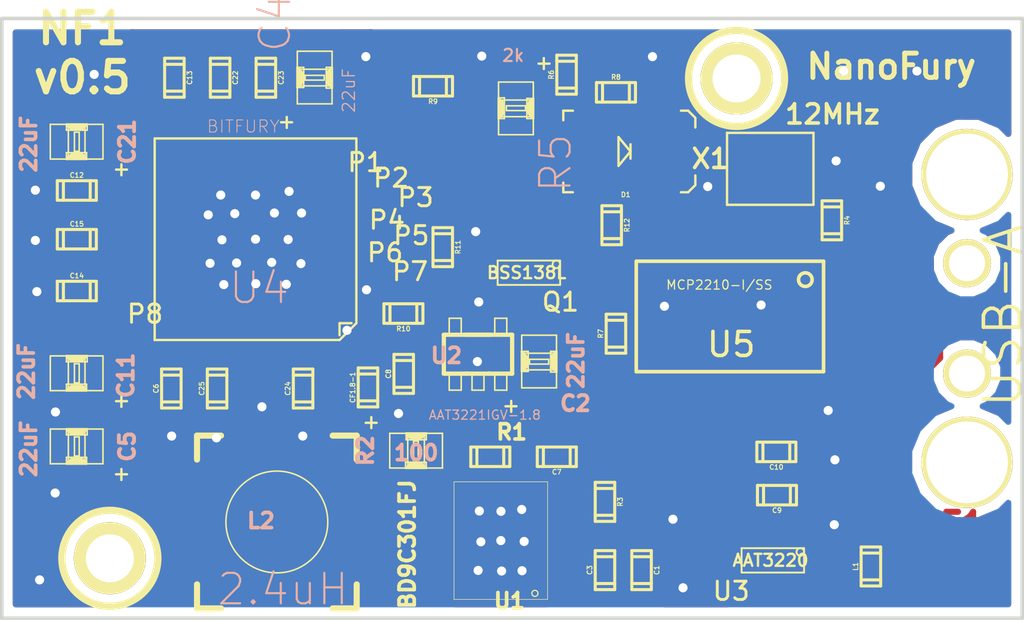
<source format=kicad_pcb>
(kicad_pcb (version 3) (host pcbnew "(2013-07-07 BZR 4022)-stable")
  (title_block (title "NanoFury NF1") (rev 0.5))
  (layers (15 F.Cu power hide) (0 B.Cu power hide) (19 F.Paste user) (21 F.SilkS user) (23 F.Mask user) (28 Edge.Cuts user))
  (net 0 "")
  (net 1 /INMISO)
  (net 2 /INMOSI)
  (net 3 /INSCK)
  (net 4 /OMISO)
  (net 5 /OMOSI)
  (net 6 /OSCK)
  (net 7 /OUTCLK)
  (net 8 0V8)
  (net 9 1.8V)
  (net 10 3.3V)
  (net 11 GND)
  (net 12 N-000001)
  (net 13 N-0000010)
  (net 14 N-0000011)
  (net 15 N-0000012)
  (net 16 N-0000017)
  (net 17 N-0000018)
  (net 18 N-0000019)
  (net 19 N-000002)
  (net 20 N-0000020)
  (net 21 N-0000025)
  (net 22 N-0000028)
  (net 23 N-000005)
  (net 24 N-000006)
  (net 25 N-000007)
  (net 26 USB_5V)
  (net 27 USB_DM)
  (net 28 USB_DP)
  (net 29 V_EN)
  (module SOT23-5 (layer F.Cu) (at 119.83212 88.99398)
    (fp_text reference U2 (at -1.31572 0.05842) (layer B.SilkS) (effects (font (size 0.635 0.635) (thickness 0.1524))))
    (fp_text value AAT3221IGV-1.8 (at 0.28448 2.53492) (layer B.SilkS) (effects (font (size 0.381 0.381) (thickness 0.0508))))
    (pad 1 smd rect (at -0.94996 1.29794) (size 0.54864 1.19888) (layers F.Cu F.Paste F.Mask) (net 26 USB_5V))
    (pad 2 smd rect (at 0 1.29794) (size 0.54864 1.19888) (layers F.Cu F.Paste F.Mask) (net 11 GND))
    (pad 3 smd rect (at 0.94996 1.29794) (size 0.54864 1.19888) (layers F.Cu F.Paste F.Mask) (net 29 V_EN))
    (pad 4 smd rect (at 0.94996 -1.29794) (size 0.54864 1.19888) (layers F.Cu F.Paste F.Mask) (net 11 GND))
    (pad 5 smd rect (at -0.94996 -1.29794) (size 0.54864 1.19888) (layers F.Cu F.Paste F.Mask) (net 22 N-0000028))
  )
  (module 0630 (layer F.Cu) (at 111.4552 95.9866 270)
    (fp_text reference L2 (at -0.0508 0.6604 360) (layer B.SilkS) (effects (font (size 0.635 0.635) (thickness 0.1524))))
    (fp_text value 2.4uH (at 2.8067 -0.254 360) (layer B.SilkS) (effects (font (size 1.27 1.27) (thickness 0.0889))))
    (pad 1 smd rect (at 0 -3.275 270) (size 3.4 2.35) (layers F.Cu F.Paste F.Mask) (net 16 N-0000017))
    (pad 2 smd rect (at 0 3.275 270) (size 3.4 2.35) (layers F.Cu F.Paste F.Mask) (net 8 0V8))
  )
  (module Hole2mm (layer F.Cu) (at 130.6 77.5)
    (fp_text reference Hole2mm1 hide)
    (fp_text value P*** hide)
    (pad 1 thru_hole circle (at 0 0) (size 3 3) (drill 2) (layers *.Cu *.Mask F.SilkS))
  )
  (module Hole2mm (layer F.Cu) (at 104.5 97.5)
    (fp_text reference Hole2mm hide)
    (fp_text value P*** hide)
    (pad 1 thru_hole circle (at 0 0) (size 3 3) (drill 2) (layers *.Cu *.Mask F.SilkS))
  )
  (module SSOP-20 (layer F.Cu) (at 133.2484 83.82 180)
    (fp_text reference U5 (at 2.87 -4.77 180) (layer F.SilkS) (effects (font (size 1.00076 1.00076) (thickness 0.14986))))
    (fp_text value MCP2210-I/SS (at 3.3655 -2.286 180) (layer F.SilkS) (effects (font (size 0.381 0.381) (thickness 0.0508))))
    (pad 7 smd rect (at 3.9 0 180) (size 0.4064 1.651) (layers F.Cu F.Paste F.Mask))
    (pad 8 smd rect (at 4.55 0 180) (size 0.4064 1.651) (layers F.Cu F.Paste F.Mask))
    (pad 9 smd rect (at 5.2 0 180) (size 0.4064 1.651) (layers F.Cu F.Paste F.Mask) (net 15 N-0000012))
    (pad 10 smd rect (at 5.85 0 180) (size 0.4064 1.651) (layers F.Cu F.Paste F.Mask))
    (pad 17 smd rect (at 1.95 -7.2 180) (size 0.4064 1.651) (layers F.Cu F.Paste F.Mask) (net 10 3.3V))
    (pad 4 smd rect (at 1.95 0 180) (size 0.4064 1.651) (layers F.Cu F.Paste F.Mask) (net 10 3.3V))
    (pad 5 smd rect (at 2.6 0 180) (size 0.4064 1.651) (layers F.Cu F.Paste F.Mask) (net 14 N-0000011))
    (pad 6 smd rect (at 3.25 0 180) (size 0.4064 1.651) (layers F.Cu F.Paste F.Mask))
    (pad 11 smd rect (at 5.85 -7.2 180) (size 0.4064 1.651) (layers F.Cu F.Paste F.Mask) (net 20 N-0000020))
    (pad 12 smd rect (at 5.2 -7.2 180) (size 0.4064 1.651) (layers F.Cu F.Paste F.Mask) (net 17 N-0000018))
    (pad 13 smd rect (at 4.55 -7.2 180) (size 0.4064 1.651) (layers F.Cu F.Paste F.Mask) (net 13 N-0000010))
    (pad 14 smd rect (at 3.9 -7.2 180) (size 0.4064 1.651) (layers F.Cu F.Paste F.Mask) (net 29 V_EN))
    (pad 15 smd rect (at 3.25 -7.2 180) (size 0.4064 1.651) (layers F.Cu F.Paste F.Mask))
    (pad 16 smd rect (at 2.6 -7.2 180) (size 0.4064 1.651) (layers F.Cu F.Paste F.Mask))
    (pad 18 smd rect (at 1.3 -7.2 180) (size 0.4064 1.651) (layers F.Cu F.Paste F.Mask) (net 27 USB_DM))
    (pad 19 smd rect (at 0.65 -7.2 180) (size 0.4064 1.651) (layers F.Cu F.Paste F.Mask) (net 28 USB_DP))
    (pad 20 smd rect (at 0 -7.2 180) (size 0.4064 1.651) (layers F.Cu F.Paste F.Mask) (net 11 GND))
    (pad 1 smd rect (at 0 0 180) (size 0.4064 1.651) (layers F.Cu F.Paste F.Mask) (net 10 3.3V))
    (pad 2 smd rect (at 0.65 0 180) (size 0.4064 1.651) (layers F.Cu F.Paste F.Mask) (net 23 N-000005))
    (pad 3 smd rect (at 1.3 0 180) (size 0.4064 1.651) (layers F.Cu F.Paste F.Mask) (net 24 N-000006))
  )
  (module SC59 (layer F.Cu) (at 132.08 97.5868 180)
    (fp_text reference U3 (at 1.7018 -1.2827 180) (layer F.SilkS) (effects (font (size 0.762 0.762) (thickness 0.11938))))
    (fp_text value AAT3220 (at 0.0635 0 180) (layer F.SilkS) (effects (font (size 0.50038 0.50038) (thickness 0.09906))))
    (pad 3 smd rect (at 0 -1 180) (size 1 1.1) (layers F.Cu F.Paste F.Mask) (net 26 USB_5V))
    (pad 2 smd rect (at 0.95 1 180) (size 1 1.1) (layers F.Cu F.Paste F.Mask) (net 10 3.3V))
    (pad 1 smd rect (at -0.95 1 180) (size 1 1.1) (layers F.Cu F.Paste F.Mask) (net 11 GND))
  )
  (module CSTCE_G15C (layer F.Cu) (at 132.0038 81.2673 180)
    (fp_text reference X1 (at 2.5019 0.4191 180) (layer F.SilkS) (effects (font (size 0.8 0.8))))
    (fp_text value 12MHz (at -2.5908 2.2733 180) (layer F.SilkS) (effects (font (size 0.8 0.8))))
    (pad 3 smd rect (at 1.2 0 180) (size 0.635 2) (layers F.Cu F.Paste F.Mask) (net 24 N-000006))
    (pad 1 smd rect (at -1.2 0 180) (size 0.635 2) (layers F.Cu F.Paste F.Mask) (net 23 N-000005))
    (pad 2 smd rect (at 0 0 180) (size 0.635 2) (layers F.Cu F.Paste F.Mask) (net 11 GND))
  )
  (module TP (layer F.Cu) (at 115.316 81.0006)
    (fp_text reference P1 (at -0.1651 0) (layer F.SilkS) (effects (font (size 0.762 0.762) (thickness 0.11938))))
    (fp_text value TST hide)
    (pad 1 smd rect (at 0 0) (size 0.635 0.635) (layers F.Cu F.Paste F.Mask) (net 3 /INSCK))
  )
  (module TP (layer F.Cu) (at 116.1796 81.661)
    (fp_text reference P2 (at 0.0381 -0.0127) (layer F.SilkS) (effects (font (size 0.762 0.762) (thickness 0.11938))))
    (fp_text value TST hide)
    (pad 1 smd rect (at 0 0) (size 0.635 0.635) (layers F.Cu F.Paste F.Mask) (net 2 /INMOSI))
  )
  (module TP (layer F.Cu) (at 117.0432 82.423)
    (fp_text reference P3 (at 0.1905 0.0381) (layer F.SilkS) (effects (font (size 0.762 0.762) (thickness 0.11938))))
    (fp_text value TST hide)
    (pad 1 smd rect (at 0 0) (size 0.635 0.635) (layers F.Cu F.Paste F.Mask) (net 1 /INMISO))
  )
  (module TP (layer F.Cu) (at 116.06022 83.2866)
    (fp_text reference P4 (at -0.02032 0.1143) (layer F.SilkS) (effects (font (size 0.762 0.762) (thickness 0.11938))))
    (fp_text value TST hide)
    (pad 1 smd rect (at 0 0) (size 0.635 0.635) (layers F.Cu F.Paste F.Mask) (net 4 /OMISO))
  )
  (module TP (layer F.Cu) (at 117.0813 83.90382)
    (fp_text reference P5 (at -0.0254 0.14478) (layer F.SilkS) (effects (font (size 0.762 0.762) (thickness 0.11938))))
    (fp_text value TST hide)
    (pad 1 smd rect (at 0 0) (size 0.635 0.635) (layers F.Cu F.Paste F.Mask) (net 5 /OMOSI))
  )
  (module TP (layer F.Cu) (at 116.04498 84.61248)
    (fp_text reference P6 (at -0.08128 0.14732) (layer F.SilkS) (effects (font (size 0.762 0.762) (thickness 0.11938))))
    (fp_text value TST hide)
    (pad 1 smd rect (at 0 0) (size 0.635 0.635) (layers F.Cu F.Paste F.Mask) (net 6 /OSCK))
  )
  (module TP (layer F.Cu) (at 103.87584 88.06688)
    (fp_text reference P8 (at 2.09 -0.75) (layer F.SilkS) (effects (font (size 0.762 0.762) (thickness 0.11938))))
    (fp_text value TST hide)
    (pad 1 smd rect (at 0 0) (size 0.635 0.635) (layers F.Cu F.Paste F.Mask) (net 8 0V8))
  )
  (module TP (layer F.Cu) (at 117.05844 85.29066)
    (fp_text reference P7 (at -0.05334 0.25654) (layer F.SilkS) (effects (font (size 0.762 0.762) (thickness 0.11938))))
    (fp_text value TST hide)
    (pad 1 smd rect (at 0 0) (size 0.635 0.635) (layers F.Cu F.Paste F.Mask) (net 7 /OUTCLK))
  )
  (module 0805 (layer F.Cu) (at 113.03 77.47 90)
    (fp_text reference C4 (at 2.286 -1.651 90) (layer B.SilkS) (effects (font (size 1.27 1.27) (thickness 0.0889))))
    (fp_text value 22uF (at -0.5334 1.4224 90) (layer B.SilkS) (effects (font (size 0.508 0.508) (thickness 0.0508))))
    (pad 1 smd rect (at -0.89916 0 90) (size 1.09982 1.4986) (layers F.Cu F.Paste F.Mask) (net 8 0V8))
    (pad 2 smd rect (at 0.89916 0 90) (size 1.09982 1.4986) (layers F.Cu F.Paste F.Mask) (net 11 GND))
  )
  (module 0805 (layer F.Cu) (at 121.412 78.74 270)
    (fp_text reference R5 (at 2.286 -1.651 270) (layer B.SilkS) (effects (font (size 1.27 1.27) (thickness 0.0889))))
    (fp_text value 2k (at -2.1971 0.1143 360) (layer B.SilkS) (effects (font (size 0.508 0.508) (thickness 0.0889))))
    (pad 1 smd rect (at -0.89916 0 270) (size 1.09982 1.4986) (layers F.Cu F.Paste F.Mask) (net 3 /INSCK))
    (pad 2 smd rect (at 0.89916 0 270) (size 1.09982 1.4986) (layers F.Cu F.Paste F.Mask) (net 17 N-0000018))
  )
  (module HTSOP-J8 (layer F.Cu) (at 122.7328 99.2124 90)
    (fp_text reference U1 (at -0.0635 -1.5875 180) (layer F.SilkS) (effects (font (size 0.635 0.635) (thickness 0.1524))))
    (fp_text value BD9C301FJ (at 2.2987 -5.842 90) (layer F.SilkS) (effects (font (size 0.635 0.635) (thickness 0.1524))))
    (pad 4 smd rect (at 4.355 0.725 90) (size 0.55 1.2) (layers F.Cu F.Paste F.Mask) (net 18 N-0000019))
    (pad 1 smd rect (at 0.545 0.725 90) (size 0.55 1.2) (layers F.Cu F.Paste F.Mask) (net 11 GND))
    (pad 2 smd rect (at 1.815 0.725 90) (size 0.55 1.2) (layers F.Cu F.Paste F.Mask) (net 26 USB_5V))
    (pad 3 smd rect (at 3.085 0.725 90) (size 0.55 1.2) (layers F.Cu F.Paste F.Mask) (net 11 GND))
    (pad 6 smd rect (at 3.085 -4.625 90) (size 0.55 1.2) (layers F.Cu F.Paste F.Mask) (net 29 V_EN))
    (pad 7 smd rect (at 1.815 -4.625 90) (size 0.55 1.2) (layers F.Cu F.Paste F.Mask) (net 16 N-0000017))
    (pad 8 smd rect (at 0.545 -4.625 90) (size 0.55 1.2) (layers F.Cu F.Paste F.Mask) (net 16 N-0000017))
    (pad 5 smd rect (at 4.355 -4.625 90) (size 0.55 1.2) (layers F.Cu F.Paste F.Mask) (net 19 N-000002))
    (pad 9 smd rect (at 2.45 -1.95 90) (size 3.6 2.8) (layers F.Cu F.Paste F.Mask) (net 11 GND))
  )
  (module QFN48 (layer F.Cu) (at 110.5662 84.201 180)
    (fp_text reference U4 (at -0.1524 -2.032 180) (layer B.SilkS) (effects (font (size 1.27 1.27) (thickness 0.0889))))
    (fp_text value BITFURY (at 0.508 4.699 180) (layer B.SilkS) (effects (font (size 0.508 0.508) (thickness 0.0381))))
    (pad 13 smd rect (at -2.75 3.55 180) (size 0.3 1) (layers F.Cu F.Paste F.Mask) (net 8 0V8))
    (pad 25 smd rect (at 3.55 2.75 180) (size 1 0.3) (layers F.Cu F.Paste F.Mask) (net 8 0V8))
    (pad 26 smd rect (at 3.55 2.25 180) (size 1 0.3) (layers F.Cu F.Paste F.Mask) (net 8 0V8))
    (pad 28 smd rect (at 3.55 1.25 180) (size 1 0.3) (layers F.Cu F.Paste F.Mask) (net 8 0V8))
    (pad 27 smd rect (at 3.55 1.75 180) (size 1 0.3) (layers F.Cu F.Paste F.Mask) (net 8 0V8))
    (pad 29 smd rect (at 3.55 0.75 180) (size 1 0.3) (layers F.Cu F.Paste F.Mask) (net 8 0V8))
    (pad 30 smd rect (at 3.55 0.25 180) (size 1 0.3) (layers F.Cu F.Paste F.Mask) (net 8 0V8))
    (pad 36 smd rect (at 3.55 -2.75 180) (size 1 0.3) (layers F.Cu F.Paste F.Mask) (net 8 0V8))
    (pad 35 smd rect (at 3.55 -2.25 180) (size 1 0.3) (layers F.Cu F.Paste F.Mask) (net 8 0V8))
    (pad 33 smd rect (at 3.55 -1.25 180) (size 1 0.3) (layers F.Cu F.Paste F.Mask) (net 8 0V8))
    (pad 34 smd rect (at 3.55 -1.75 180) (size 1 0.3) (layers F.Cu F.Paste F.Mask) (net 8 0V8))
    (pad 32 smd rect (at 3.55 -0.75 180) (size 1 0.3) (layers F.Cu F.Paste F.Mask) (net 8 0V8))
    (pad 31 smd rect (at 3.55 -0.25 180) (size 1 0.3) (layers F.Cu F.Paste F.Mask) (net 8 0V8))
    (pad 1 smd rect (at -3.55 -2.75 180) (size 1 0.3) (layers F.Cu F.Paste F.Mask) (net 11 GND))
    (pad 3 smd rect (at -3.55 -1.748 180) (size 1 0.3) (layers F.Cu F.Paste F.Mask) (net 11 GND))
    (pad 2 smd rect (at -3.55 -2.25 180) (size 1 0.3) (layers F.Cu F.Paste F.Mask) (net 11 GND))
    (pad 5 smd rect (at -3.55 -0.75 180) (size 1 0.3) (layers F.Cu F.Paste F.Mask) (net 7 /OUTCLK))
    (pad 6 smd rect (at -3.55 -0.25 180) (size 1 0.3) (layers F.Cu F.Paste F.Mask) (net 6 /OSCK))
    (pad 4 smd rect (at -3.55 -1.25 180) (size 1 0.3) (layers F.Cu F.Paste F.Mask) (net 9 1.8V))
    (pad 10 smd rect (at -3.55 1.75 180) (size 1 0.3) (layers F.Cu F.Paste F.Mask) (net 2 /INMOSI))
    (pad 12 smd rect (at -3.55 2.75 180) (size 1 0.3) (layers F.Cu F.Paste F.Mask) (net 11 GND))
    (pad 11 smd rect (at -3.55 2.25 180) (size 1 0.3) (layers F.Cu F.Paste F.Mask) (net 3 /INSCK))
    (pad 8 smd rect (at -3.55 0.75 180) (size 1 0.3) (layers F.Cu F.Paste F.Mask) (net 4 /OMISO))
    (pad 9 smd rect (at -3.55 1.25 180) (size 1 0.3) (layers F.Cu F.Paste F.Mask) (net 1 /INMISO))
    (pad 7 smd rect (at -3.55 0.25 180) (size 1 0.3) (layers F.Cu F.Paste F.Mask) (net 5 /OMOSI))
    (pad 49 smd rect (at 0 0 180) (size 5 5) (layers F.Cu F.Mask) (net 11 GND))
    (pad 47 smd rect (at -2.25 -3.55 180) (size 0.3 1) (layers F.Cu F.Paste F.Mask) (net 8 0V8))
    (pad 48 smd rect (at -2.75 -3.55 180) (size 0.3 1) (layers F.Cu F.Paste F.Mask) (net 8 0V8))
    (pad 45 smd rect (at -1.25 -3.55 180) (size 0.3 1) (layers F.Cu F.Paste F.Mask) (net 8 0V8))
    (pad 44 smd rect (at -0.75 -3.55 180) (size 0.3 1) (layers F.Cu F.Paste F.Mask) (net 8 0V8))
    (pad 46 smd rect (at -1.75 -3.55 180) (size 0.3 1) (layers F.Cu F.Paste F.Mask) (net 8 0V8))
    (pad 39 smd rect (at 1.75 -3.55 180) (size 0.3 1) (layers F.Cu F.Paste F.Mask) (net 8 0V8))
    (pad 37 smd rect (at 2.75 -3.55 180) (size 0.3 1) (layers F.Cu F.Paste F.Mask) (net 8 0V8))
    (pad 38 smd rect (at 2.25 -3.55 180) (size 0.3 1) (layers F.Cu F.Paste F.Mask) (net 8 0V8))
    (pad 41 smd rect (at 0.75 -3.55 180) (size 0.3 1) (layers F.Cu F.Paste F.Mask) (net 8 0V8))
    (pad 40 smd rect (at 1.25 -3.55 180) (size 0.3 1) (layers F.Cu F.Paste F.Mask) (net 8 0V8))
    (pad 42 smd rect (at 0.25 -3.55 180) (size 0.3 1) (layers F.Cu F.Paste F.Mask) (net 8 0V8))
    (pad 43 smd rect (at -0.25 -3.55 180) (size 0.3 1) (layers F.Cu F.Paste F.Mask) (net 8 0V8))
    (pad 14 smd rect (at -2.25 3.55 180) (size 0.3 1) (layers F.Cu F.Paste F.Mask) (net 8 0V8))
    (pad 16 smd rect (at -1.25 3.55 180) (size 0.3 1) (layers F.Cu F.Paste F.Mask) (net 8 0V8))
    (pad 17 smd rect (at -0.75 3.55 180) (size 0.3 1) (layers F.Cu F.Paste F.Mask) (net 8 0V8))
    (pad 15 smd rect (at -1.75 3.55 180) (size 0.3 1) (layers F.Cu F.Paste F.Mask) (net 8 0V8))
    (pad 22 smd rect (at 1.75 3.55 180) (size 0.3 1) (layers F.Cu F.Paste F.Mask) (net 8 0V8))
    (pad 24 smd rect (at 2.75 3.55 180) (size 0.3 1) (layers F.Cu F.Paste F.Mask) (net 8 0V8))
    (pad 23 smd rect (at 2.25 3.55 180) (size 0.3 1) (layers F.Cu F.Paste F.Mask) (net 8 0V8))
    (pad 20 smd rect (at 0.75 3.55 180) (size 0.3 1) (layers F.Cu F.Paste F.Mask) (net 8 0V8))
    (pad 21 smd rect (at 1.25 3.55 180) (size 0.3 1) (layers F.Cu F.Paste F.Mask) (net 8 0V8))
    (pad 19 smd rect (at 0.25 3.55 180) (size 0.3 1) (layers F.Cu F.Paste F.Mask) (net 8 0V8))
    (pad 18 smd rect (at -0.25 3.55 180) (size 0.3 1) (layers F.Cu F.Paste F.Mask) (net 8 0V8))
    (pad 49 smd rect (at -1 -1 180) (size 1.5 1.5) (layers F.Cu F.Paste F.Mask) (net 11 GND))
    (pad 49 smd rect (at -1 1 180) (size 1.5 1.5) (layers F.Cu F.Paste F.Mask) (net 11 GND))
    (pad 49 smd rect (at 1 -1 180) (size 1.5 1.5) (layers F.Cu F.Paste F.Mask) (net 11 GND))
    (pad 49 smd rect (at 1 1 180) (size 1.5 1.5) (layers F.Cu F.Paste F.Mask) (net 11 GND))
  )
  (module 2PLCC (layer F.Cu) (at 125.984 80.5434 180)
    (fp_text reference D1 (at 0 -1.8 180) (layer F.SilkS) (effects (font (size 0.20066 0.20066) (thickness 0.04064))))
    (fp_text value LED hide)
    (pad 1 smd rect (at 1.5 0 180) (size 1.5 2.6) (layers F.Cu F.Paste F.Mask) (net 25 N-000007))
    (pad 2 smd rect (at -1.5 0 180) (size 1.5 2.6) (layers F.Cu F.Paste F.Mask) (net 11 GND))
  )
  (module 0603 (layer F.Cu) (at 125.3998 83.6168 270)
    (fp_text reference R12 (at 0 -0.635 270) (layer F.SilkS) (effects (font (size 0.20066 0.20066) (thickness 0.04064))))
    (fp_text value 1k hide)
    (pad 1 smd rect (at 0.75184 0 270) (size 0.89916 1.00076) (layers F.Cu F.Paste F.Mask) (net 14 N-0000011))
    (pad 2 smd rect (at -0.75184 0 270) (size 0.89916 1.00076) (layers F.Cu F.Paste F.Mask) (net 25 N-000007))
  )
  (module 0603 (layer F.Cu) (at 116.7384 89.8144 90)
    (fp_text reference C8 (at 0 -0.635 90) (layer F.SilkS) (effects (font (size 0.20066 0.20066) (thickness 0.04064))))
    (fp_text value 10uF hide)
    (pad 1 smd rect (at 0.75184 0 90) (size 0.89916 1.00076) (layers F.Cu F.Paste F.Mask) (net 22 N-0000028))
    (pad 2 smd rect (at -0.75184 0 90) (size 0.89916 1.00076) (layers F.Cu F.Paste F.Mask) (net 11 GND))
  )
  (module 0603 (layer F.Cu) (at 132.2832 94.869 180)
    (fp_text reference C9 (at 0 -0.635 180) (layer F.SilkS) (effects (font (size 0.20066 0.20066) (thickness 0.04064))))
    (fp_text value 10uF hide)
    (pad 1 smd rect (at 0.75184 0 180) (size 0.89916 1.00076) (layers F.Cu F.Paste F.Mask) (net 10 3.3V))
    (pad 2 smd rect (at -0.75184 0 180) (size 0.89916 1.00076) (layers F.Cu F.Paste F.Mask) (net 11 GND))
  )
  (module 0603 (layer F.Cu) (at 115.24996 90.37828 90)
    (fp_text reference CF1.8-1 (at 0 -0.635 90) (layer F.SilkS) (effects (font (size 0.20066 0.20066) (thickness 0.04064))))
    (fp_text value 100n hide)
    (pad 1 smd rect (at 0.75184 0 90) (size 0.89916 1.00076) (layers F.Cu F.Paste F.Mask) (net 9 1.8V))
    (pad 2 smd rect (at -0.75184 0 90) (size 0.89916 1.00076) (layers F.Cu F.Paste F.Mask) (net 11 GND))
  )
  (module 0603 (layer F.Cu) (at 116.7257 87.2998 180)
    (fp_text reference R10 (at 0 -0.635 180) (layer F.SilkS) (effects (font (size 0.20066 0.20066) (thickness 0.04064))))
    (fp_text value 1R hide)
    (pad 1 smd rect (at 0.75184 0 180) (size 0.89916 1.00076) (layers F.Cu F.Paste F.Mask) (net 9 1.8V))
    (pad 2 smd rect (at -0.75184 0 180) (size 0.89916 1.00076) (layers F.Cu F.Paste F.Mask) (net 22 N-0000028))
  )
  (module 0603 (layer F.Cu) (at 132.2578 93.0656 180)
    (fp_text reference C10 (at 0 -0.635 180) (layer F.SilkS) (effects (font (size 0.20066 0.20066) (thickness 0.04064))))
    (fp_text value 100n hide)
    (pad 1 smd rect (at 0.75184 0 180) (size 0.89916 1.00076) (layers F.Cu F.Paste F.Mask) (net 10 3.3V))
    (pad 2 smd rect (at -0.75184 0 180) (size 0.89916 1.00076) (layers F.Cu F.Paste F.Mask) (net 11 GND))
  )
  (module 0603 (layer F.Cu) (at 123.5202 77.343 90)
    (fp_text reference R6 (at 0 -0.635 90) (layer F.SilkS) (effects (font (size 0.20066 0.20066) (thickness 0.04064))))
    (fp_text value 2k hide)
    (pad 1 smd rect (at 0.75184 0 90) (size 0.89916 1.00076) (layers F.Cu F.Paste F.Mask) (net 11 GND))
    (pad 2 smd rect (at -0.75184 0 90) (size 0.89916 1.00076) (layers F.Cu F.Paste F.Mask) (net 2 /INMOSI))
  )
  (module 0603 (layer F.Cu) (at 117.9576 77.8256 180)
    (fp_text reference R9 (at 0 -0.635 180) (layer F.SilkS) (effects (font (size 0.20066 0.20066) (thickness 0.04064))))
    (fp_text value 2k hide)
    (pad 1 smd rect (at 0.75184 0 180) (size 0.89916 1.00076) (layers F.Cu F.Paste F.Mask) (net 11 GND))
    (pad 2 smd rect (at -0.75184 0 180) (size 0.89916 1.00076) (layers F.Cu F.Paste F.Mask) (net 3 /INSCK))
  )
  (module 0603 (layer F.Cu) (at 125.5776 78.0796)
    (fp_text reference R8 (at 0 -0.635) (layer F.SilkS) (effects (font (size 0.20066 0.20066) (thickness 0.04064))))
    (fp_text value 2K hide)
    (pad 1 smd rect (at 0.75184 0) (size 0.89916 1.00076) (layers F.Cu F.Paste F.Mask) (net 15 N-0000012))
    (pad 2 smd rect (at -0.75184 0) (size 0.89916 1.00076) (layers F.Cu F.Paste F.Mask) (net 2 /INMOSI))
  )
  (module 0603 (layer F.Cu) (at 126.6444 97.9932 270)
    (fp_text reference C1 (at 0 -0.635 270) (layer F.SilkS) (effects (font (size 0.20066 0.20066) (thickness 0.04064))))
    (fp_text value 100nF hide)
    (pad 1 smd rect (at 0.75184 0 270) (size 0.89916 1.00076) (layers F.Cu F.Paste F.Mask) (net 11 GND))
    (pad 2 smd rect (at -0.75184 0 270) (size 0.89916 1.00076) (layers F.Cu F.Paste F.Mask) (net 26 USB_5V))
  )
  (module 0603 (layer F.Cu) (at 136.1948 97.8408 90)
    (fp_text reference L1 (at 0 -0.635 90) (layer F.SilkS) (effects (font (size 0.20066 0.20066) (thickness 0.04064))))
    (fp_text value 1uH hide)
    (pad 1 smd rect (at 0.75184 0 90) (size 0.89916 1.00076) (layers F.Cu F.Paste F.Mask) (net 21 N-0000025))
    (pad 2 smd rect (at -0.75184 0 90) (size 0.89916 1.00076) (layers F.Cu F.Paste F.Mask) (net 26 USB_5V))
  )
  (module 0603 (layer F.Cu) (at 134.5692 83.4136 270)
    (fp_text reference R4 (at 0 -0.635 270) (layer F.SilkS) (effects (font (size 0.20066 0.20066) (thickness 0.04064))))
    (fp_text value 2k hide)
    (pad 1 smd rect (at 0.75184 0 270) (size 0.89916 1.00076) (layers F.Cu F.Paste F.Mask) (net 13 N-0000010))
    (pad 2 smd rect (at -0.75184 0 270) (size 0.89916 1.00076) (layers F.Cu F.Paste F.Mask) (net 10 3.3V))
  )
  (module 0603 (layer F.Cu) (at 125.1204 95.1484 270)
    (fp_text reference R3 (at 0 -0.635 270) (layer F.SilkS) (effects (font (size 0.20066 0.20066) (thickness 0.04064))))
    (fp_text value 2.4k hide)
    (pad 1 smd rect (at 0.75184 0 270) (size 0.89916 1.00076) (layers F.Cu F.Paste F.Mask) (net 11 GND))
    (pad 2 smd rect (at -0.75184 0 270) (size 0.89916 1.00076) (layers F.Cu F.Paste F.Mask) (net 18 N-0000019))
  )
  (module 0603 (layer F.Cu) (at 120.3452 93.2688)
    (fp_text reference R1 (at 0.889 -1.0287) (layer F.SilkS) (effects (font (size 0.635 0.635) (thickness 0.1524))))
    (fp_text value 13k hide)
    (pad 1 smd rect (at 0.75184 0) (size 0.89916 1.00076) (layers F.Cu F.Paste F.Mask) (net 12 N-000001))
    (pad 2 smd rect (at -0.75184 0) (size 0.89916 1.00076) (layers F.Cu F.Paste F.Mask) (net 19 N-000002))
  )
  (module 0603 (layer F.Cu) (at 108.966 90.424 90)
    (fp_text reference C25 (at 0 -0.635 90) (layer F.SilkS) (effects (font (size 0.20066 0.20066) (thickness 0.04064))))
    (fp_text value 100nF hide)
    (pad 1 smd rect (at 0.75184 0 90) (size 0.89916 1.00076) (layers F.Cu F.Paste F.Mask) (net 8 0V8))
    (pad 2 smd rect (at -0.75184 0 90) (size 0.89916 1.00076) (layers F.Cu F.Paste F.Mask) (net 11 GND))
  )
  (module 0603 (layer F.Cu) (at 112.5474 90.424 90)
    (fp_text reference C24 (at 0 -0.635 90) (layer F.SilkS) (effects (font (size 0.20066 0.20066) (thickness 0.04064))))
    (fp_text value 100nF hide)
    (pad 1 smd rect (at 0.75184 0 90) (size 0.89916 1.00076) (layers F.Cu F.Paste F.Mask) (net 8 0V8))
    (pad 2 smd rect (at -0.75184 0 90) (size 0.89916 1.00076) (layers F.Cu F.Paste F.Mask) (net 11 GND))
  )
  (module 0603 (layer F.Cu) (at 110.998 77.47 270)
    (fp_text reference C23 (at 0 -0.635 270) (layer F.SilkS) (effects (font (size 0.20066 0.20066) (thickness 0.04064))))
    (fp_text value 100nF hide)
    (pad 1 smd rect (at 0.75184 0 270) (size 0.89916 1.00076) (layers F.Cu F.Paste F.Mask) (net 8 0V8))
    (pad 2 smd rect (at -0.75184 0 270) (size 0.89916 1.00076) (layers F.Cu F.Paste F.Mask) (net 11 GND))
  )
  (module 0603 (layer F.Cu) (at 109.093 77.47 270)
    (fp_text reference C22 (at 0 -0.635 270) (layer F.SilkS) (effects (font (size 0.20066 0.20066) (thickness 0.04064))))
    (fp_text value 100nF hide)
    (pad 1 smd rect (at 0.75184 0 270) (size 0.89916 1.00076) (layers F.Cu F.Paste F.Mask) (net 8 0V8))
    (pad 2 smd rect (at -0.75184 0 270) (size 0.89916 1.00076) (layers F.Cu F.Paste F.Mask) (net 11 GND))
  )
  (module 0603 (layer F.Cu) (at 103.124 84.201)
    (fp_text reference C15 (at 0 -0.635) (layer F.SilkS) (effects (font (size 0.20066 0.20066) (thickness 0.04064))))
    (fp_text value 100nF hide)
    (pad 1 smd rect (at 0.75184 0) (size 0.89916 1.00076) (layers F.Cu F.Paste F.Mask) (net 8 0V8))
    (pad 2 smd rect (at -0.75184 0) (size 0.89916 1.00076) (layers F.Cu F.Paste F.Mask) (net 11 GND))
  )
  (module 0603 (layer F.Cu) (at 103.124 86.36)
    (fp_text reference C14 (at 0 -0.635) (layer F.SilkS) (effects (font (size 0.20066 0.20066) (thickness 0.04064))))
    (fp_text value 100nF hide)
    (pad 1 smd rect (at 0.75184 0) (size 0.89916 1.00076) (layers F.Cu F.Paste F.Mask) (net 8 0V8))
    (pad 2 smd rect (at -0.75184 0) (size 0.89916 1.00076) (layers F.Cu F.Paste F.Mask) (net 11 GND))
  )
  (module 0603 (layer F.Cu) (at 107.188 77.47 270)
    (fp_text reference C13 (at 0 -0.635 270) (layer F.SilkS) (effects (font (size 0.20066 0.20066) (thickness 0.04064))))
    (fp_text value 100nF hide)
    (pad 1 smd rect (at 0.75184 0 270) (size 0.89916 1.00076) (layers F.Cu F.Paste F.Mask) (net 8 0V8))
    (pad 2 smd rect (at -0.75184 0 270) (size 0.89916 1.00076) (layers F.Cu F.Paste F.Mask) (net 11 GND))
  )
  (module 0603 (layer F.Cu) (at 103.124 82.169)
    (fp_text reference C12 (at 0 -0.635) (layer F.SilkS) (effects (font (size 0.20066 0.20066) (thickness 0.04064))))
    (fp_text value 100nF hide)
    (pad 1 smd rect (at 0.75184 0) (size 0.89916 1.00076) (layers F.Cu F.Paste F.Mask) (net 8 0V8))
    (pad 2 smd rect (at -0.75184 0) (size 0.89916 1.00076) (layers F.Cu F.Paste F.Mask) (net 11 GND))
  )
  (module 0603 (layer F.Cu) (at 123.1138 93.2688 180)
    (fp_text reference C7 (at 0 -0.635 180) (layer F.SilkS) (effects (font (size 0.20066 0.20066) (thickness 0.04064))))
    (fp_text value 1.1n hide)
    (pad 1 smd rect (at 0.75184 0 180) (size 0.89916 1.00076) (layers F.Cu F.Paste F.Mask) (net 12 N-000001))
    (pad 2 smd rect (at -0.75184 0 180) (size 0.89916 1.00076) (layers F.Cu F.Paste F.Mask) (net 11 GND))
  )
  (module 0603 (layer F.Cu) (at 107.061 90.424 90)
    (fp_text reference C6 (at 0 -0.635 90) (layer F.SilkS) (effects (font (size 0.20066 0.20066) (thickness 0.04064))))
    (fp_text value 100nF hide)
    (pad 1 smd rect (at 0.75184 0 90) (size 0.89916 1.00076) (layers F.Cu F.Paste F.Mask) (net 8 0V8))
    (pad 2 smd rect (at -0.75184 0 90) (size 0.89916 1.00076) (layers F.Cu F.Paste F.Mask) (net 11 GND))
  )
  (module 0603 (layer F.Cu) (at 125.1204 97.9932 90)
    (fp_text reference C3 (at 0 -0.635 90) (layer F.SilkS) (effects (font (size 0.20066 0.20066) (thickness 0.04064))))
    (fp_text value 100nF hide)
    (pad 1 smd rect (at 0.75184 0 90) (size 0.89916 1.00076) (layers F.Cu F.Paste F.Mask) (net 26 USB_5V))
    (pad 2 smd rect (at -0.75184 0 90) (size 0.89916 1.00076) (layers F.Cu F.Paste F.Mask) (net 11 GND))
  )
  (module 0603 (layer F.Cu) (at 125.5776 88.138 90)
    (fp_text reference R7 (at 0 -0.635 90) (layer F.SilkS) (effects (font (size 0.20066 0.20066) (thickness 0.04064))))
    (fp_text value 1k hide)
    (pad 1 smd rect (at 0.75184 0 90) (size 0.89916 1.00076) (layers F.Cu F.Paste F.Mask) (net 17 N-0000018))
    (pad 2 smd rect (at -0.75184 0 90) (size 0.89916 1.00076) (layers F.Cu F.Paste F.Mask) (net 20 N-0000020))
  )
  (module 0603 (layer F.Cu) (at 118.364 84.5312 270)
    (fp_text reference R11 (at 0 -0.635 270) (layer F.SilkS) (effects (font (size 0.20066 0.20066) (thickness 0.04064))))
    (fp_text value 1k hide)
    (pad 1 smd rect (at 0.75184 0 270) (size 0.89916 1.00076) (layers F.Cu F.Paste F.Mask) (net 7 /OUTCLK))
    (pad 2 smd rect (at -0.75184 0 270) (size 0.89916 1.00076) (layers F.Cu F.Paste F.Mask) (net 11 GND))
  )
  (module CNC-1001-011-01101 (layer F.Cu) (at 140.2 87.5 270)
    (fp_text reference CN1 hide)
    (fp_text value USB-A (at -0.0986 -1.4939 270) (layer F.SilkS) (effects (font (size 1.5 1.5))))
    (pad 1 smd rect (at 3.5 2.8 270) (size 1.1 2.3) (layers F.Cu F.Paste F.Mask) (net 21 N-0000025))
    (pad 2 smd rect (at 1 2.8 270) (size 1.1 2.3) (layers F.Cu F.Paste F.Mask) (net 27 USB_DM))
    (pad 5 smd rect (at -3.5 2.8 270) (size 1.1 2.3) (layers F.Cu F.Paste F.Mask) (net 11 GND))
    (pad "" thru_hole circle (at -6 0 270) (size 3.8 3.8) (drill 3.4) (layers *.Cu *.Mask F.SilkS))
    (pad "" thru_hole circle (at 6 0 270) (size 3.8 3.8) (drill 3.4) (layers *.Cu *.Mask F.SilkS))
    (pad "" thru_hole circle (at -2.3 0 270) (size 2 2) (drill 1.5) (layers *.Cu *.Mask F.SilkS))
    (pad "" thru_hole circle (at 2.3 0 270) (size 2 2) (drill 1.5) (layers *.Cu *.Mask F.SilkS))
    (pad 3 smd rect (at -1 2.8 270) (size 1.1 2.3) (layers F.Cu F.Paste F.Mask) (net 28 USB_DP))
  )
  (module SOT23 (layer F.Cu) (at 121.92 85.598 180)
    (fp_text reference Q1 (at -1.3462 -1.2192 180) (layer F.SilkS) (effects (font (size 0.762 0.762) (thickness 0.11938))))
    (fp_text value BSS138L (at 0.0635 0 180) (layer F.SilkS) (effects (font (size 0.50038 0.50038) (thickness 0.09906))))
    (pad 3 smd rect (at 0 -1.09982 180) (size 0.8001 1.00076) (layers F.Cu F.Paste F.Mask) (net 13 N-0000010))
    (pad 2 smd rect (at 0.9525 1.09982 180) (size 0.8001 1.00076) (layers F.Cu F.Paste F.Mask) (net 1 /INMISO))
    (pad 1 smd rect (at -0.9525 1.09982 180) (size 0.8001 1.00076) (layers F.Cu F.Paste F.Mask) (net 9 1.8V))
  )
  (module 0805 (layer F.Cu) (at 103.124 80.137 180)
    (fp_text reference C21 (at -2.1 0 270) (layer B.SilkS) (effects (font (size 0.635 0.635) (thickness 0.15875))))
    (fp_text value 22uF (at 2 -0.1 270) (layer B.SilkS) (effects (font (size 0.635 0.635) (thickness 0.1524))))
    (pad 1 smd rect (at -0.89916 0 180) (size 1.09982 1.4986) (layers F.Cu F.Paste F.Mask) (net 8 0V8))
    (pad 2 smd rect (at 0.89916 0 180) (size 1.09982 1.4986) (layers F.Cu F.Paste F.Mask) (net 11 GND))
  )
  (module 0805 (layer F.Cu) (at 103.124 89.789 180)
    (fp_text reference C11 (at -2.0447 -0.0889 270) (layer B.SilkS) (effects (font (size 0.635 0.635) (thickness 0.15875))))
    (fp_text value 22uF (at 2.0955 0.0762 270) (layer B.SilkS) (effects (font (size 0.635 0.635) (thickness 0.1524))))
    (pad 1 smd rect (at -0.89916 0 180) (size 1.09982 1.4986) (layers F.Cu F.Paste F.Mask) (net 8 0V8))
    (pad 2 smd rect (at 0.89916 0 180) (size 1.09982 1.4986) (layers F.Cu F.Paste F.Mask) (net 11 GND))
  )
  (module 0805 (layer F.Cu) (at 103.124 92.837 180)
    (fp_text reference C5 (at -2.1 0 270) (layer B.SilkS) (effects (font (size 0.635 0.635) (thickness 0.15875))))
    (fp_text value 22uF (at 2 -0.1 270) (layer B.SilkS) (effects (font (size 0.635 0.635) (thickness 0.1524))))
    (pad 1 smd rect (at -0.89916 0 180) (size 1.09982 1.4986) (layers F.Cu F.Paste F.Mask) (net 8 0V8))
    (pad 2 smd rect (at 0.89916 0 180) (size 1.09982 1.4986) (layers F.Cu F.Paste F.Mask) (net 11 GND))
  )
  (module 0805 (layer F.Cu) (at 117.2464 93.0148)
    (fp_text reference R2 (at -2.1 0 90) (layer B.SilkS) (effects (font (size 0.635 0.635) (thickness 0.15875))))
    (fp_text value 100 (at 0.0127 0.0889) (layer B.SilkS) (effects (font (size 0.635 0.635) (thickness 0.1524))))
    (pad 1 smd rect (at -0.89916 0) (size 1.09982 1.4986) (layers F.Cu F.Paste F.Mask) (net 8 0V8))
    (pad 2 smd rect (at 0.89916 0) (size 1.09982 1.4986) (layers F.Cu F.Paste F.Mask) (net 18 N-0000019))
  )
  (module 0805 (layer F.Cu) (at 122.3772 89.3064 90)
    (fp_text reference C2 (at -1.7399 1.5113 180) (layer B.SilkS) (effects (font (size 0.635 0.635) (thickness 0.15875))))
    (fp_text value 22uF (at 0.0508 1.5367 90) (layer B.SilkS) (effects (font (size 0.635 0.635) (thickness 0.1524))))
    (pad 1 smd rect (at -0.89916 0 90) (size 1.09982 1.4986) (layers F.Cu F.Paste F.Mask) (net 26 USB_5V))
    (pad 2 smd rect (at 0.89916 0 90) (size 1.09982 1.4986) (layers F.Cu F.Paste F.Mask) (net 11 GND))
  )
  (gr_text "NF1\nV0.5" (at 139.4841 96.9391) (layer F.Cu) (effects (font (size 1.016 1.016) (thickness 0.254))))
  (gr_text NanoFury (at 137.0457 77.0001) (layer F.SilkS) (effects (font (size 1.016 1.016) (thickness 0.2032))))
  (gr_text "NF1\nv0.5" (at 103.3526 76.4413) (layer F.SilkS) (effects (font (size 1.27 1.27) (thickness 0.254))))
  (gr_line (start 142.5 75) (end 100 75) (angle 90) (layer Edge.Cuts) (width 0.15))
  (gr_line (start 100 100) (end 100 75) (angle 90) (layer Edge.Cuts) (width 0.15))
  (gr_line (start 142.5 75) (end 142.5 100) (angle 90) (layer Edge.Cuts) (width 0.15))
  (gr_line (start 142.5 100) (end 100 100) (angle 90) (layer Edge.Cuts) (width 0.15))
  (segment (start 114.1162 82.951) (end 115.3214 82.951) (width 0.254) (layer F.Cu) (net 1))
  (segment (start 115.8494 82.423) (end 117.0432 82.423) (width 0.254) (layer F.Cu) (net 1))
  (segment (start 115.3214 82.951) (end 115.8494 82.423) (width 0.254) (layer F.Cu) (net 1))
  (segment (start 117.0432 82.423) (end 117.5131 82.423) (width 0.381) (layer F.Cu) (net 1))
  (segment (start 120.9675 82.9945) (end 120.9675 84.49818) (width 0.381) (layer F.Cu) (net 1))
  (segment (start 119.9515 81.9785) (end 120.9675 82.9945) (width 0.381) (layer F.Cu) (net 1))
  (segment (start 117.9576 81.9785) (end 119.9515 81.9785) (width 0.381) (layer F.Cu) (net 1))
  (segment (start 117.5131 82.423) (end 117.9576 81.9785) (width 0.381) (layer F.Cu) (net 1))
  (segment (start 116.1796 81.661) (end 115.7986 81.661) (width 0.254) (layer F.Cu) (net 2))
  (segment (start 115.0086 82.451) (end 114.1162 82.451) (width 0.254) (layer F.Cu) (net 2))
  (segment (start 115.7986 81.661) (end 115.0086 82.451) (width 0.254) (layer F.Cu) (net 2))
  (segment (start 123.5202 78.09484) (end 123.25096 78.09484) (width 0.381) (layer F.Cu) (net 2))
  (segment (start 116.6368 81.2038) (end 116.1796 81.661) (width 0.381) (layer F.Cu) (net 2))
  (segment (start 117.5766 81.2038) (end 116.6368 81.2038) (width 0.381) (layer F.Cu) (net 2))
  (segment (start 120.0404 78.74) (end 117.5766 81.2038) (width 0.381) (layer F.Cu) (net 2))
  (segment (start 122.6058 78.74) (end 120.0404 78.74) (width 0.381) (layer F.Cu) (net 2))
  (segment (start 123.25096 78.09484) (end 122.6058 78.74) (width 0.381) (layer F.Cu) (net 2))
  (segment (start 124.82576 78.0796) (end 123.53544 78.0796) (width 0.381) (layer F.Cu) (net 2))
  (segment (start 123.53544 78.0796) (end 123.5202 78.09484) (width 0.381) (layer F.Cu) (net 2))
  (segment (start 114.1162 81.951) (end 114.7466 81.951) (width 0.254) (layer F.Cu) (net 3))
  (segment (start 115.316 81.3816) (end 115.316 81.0006) (width 0.254) (layer F.Cu) (net 3))
  (segment (start 114.7466 81.951) (end 115.316 81.3816) (width 0.254) (layer F.Cu) (net 3))
  (segment (start 121.412 77.84084) (end 118.72468 77.84084) (width 0.381) (layer F.Cu) (net 3))
  (segment (start 118.72468 77.84084) (end 118.70944 77.8256) (width 0.381) (layer F.Cu) (net 3))
  (segment (start 118.70944 77.8256) (end 118.70944 78.35646) (width 0.381) (layer F.Cu) (net 3))
  (segment (start 115.316 80.5815) (end 115.316 81.0006) (width 0.381) (layer F.Cu) (net 3))
  (segment (start 115.6589 80.2386) (end 115.316 80.5815) (width 0.381) (layer F.Cu) (net 3))
  (segment (start 116.8273 80.2386) (end 115.6589 80.2386) (width 0.381) (layer F.Cu) (net 3))
  (segment (start 118.70944 78.35646) (end 116.8273 80.2386) (width 0.381) (layer F.Cu) (net 3))
  (segment (start 114.1162 83.451) (end 115.5961 83.451) (width 0.254) (layer F.Cu) (net 4))
  (segment (start 115.7605 83.2866) (end 116.06022 83.2866) (width 0.254) (layer F.Cu) (net 4))
  (segment (start 115.5961 83.451) (end 115.7605 83.2866) (width 0.254) (layer F.Cu) (net 4))
  (segment (start 114.1162 83.951) (end 117.03412 83.951) (width 0.254) (layer F.Cu) (net 5))
  (segment (start 117.03412 83.951) (end 117.0813 83.90382) (width 0.254) (layer F.Cu) (net 5))
  (segment (start 116.04498 84.61248) (end 115.60048 84.61248) (width 0.254) (layer F.Cu) (net 6))
  (segment (start 115.439 84.451) (end 114.1162 84.451) (width 0.254) (layer F.Cu) (net 6))
  (segment (start 115.60048 84.61248) (end 115.439 84.451) (width 0.254) (layer F.Cu) (net 6))
  (segment (start 117.05844 85.29066) (end 116.62156 85.29066) (width 0.254) (layer F.Cu) (net 7))
  (segment (start 115.3167 84.951) (end 114.1162 84.951) (width 0.254) (layer F.Cu) (net 7))
  (segment (start 115.5954 85.2297) (end 115.3167 84.951) (width 0.254) (layer F.Cu) (net 7))
  (segment (start 116.5606 85.2297) (end 115.5954 85.2297) (width 0.254) (layer F.Cu) (net 7))
  (segment (start 116.62156 85.29066) (end 116.5606 85.2297) (width 0.254) (layer F.Cu) (net 7))
  (segment (start 118.364 85.28304) (end 117.06606 85.28304) (width 0.508) (layer F.Cu) (net 7))
  (segment (start 117.06606 85.28304) (end 117.05844 85.29066) (width 0.508) (layer F.Cu) (net 7))
  (segment (start 107.188 78.22184) (end 109.093 78.22184) (width 0.762) (layer F.Cu) (net 8))
  (segment (start 107.188 78.22184) (end 107.188 78.3336) (width 0.762) (layer F.Cu) (net 8))
  (segment (start 107.188 78.3336) (end 107.3277 78.4733) (width 0.762) (layer F.Cu) (net 8))
  (segment (start 107.3277 78.4733) (end 107.188 78.22184) (width 0.762) (layer F.Cu) (net 8))
  (segment (start 103.87584 84.201) (end 104.267 84.201) (width 0.762) (layer F.Cu) (net 8))
  (segment (start 104.86136 83.60664) (end 104.86136 83.9089) (width 0.762) (layer F.Cu) (net 8))
  (segment (start 104.267 84.201) (end 104.86136 83.60664) (width 0.762) (layer F.Cu) (net 8))
  (segment (start 103.87584 82.169) (end 104.59466 82.169) (width 0.762) (layer F.Cu) (net 8))
  (segment (start 104.59466 82.169) (end 104.86136 81.9023) (width 0.762) (layer F.Cu) (net 8))
  (segment (start 110.998 78.22184) (end 110.998 79.2353) (width 0.762) (layer F.Cu) (net 8))
  (segment (start 110.998 79.2353) (end 110.8202 79.4131) (width 0.762) (layer F.Cu) (net 8))
  (segment (start 109.093 78.22184) (end 109.093 78.2701) (width 0.762) (layer F.Cu) (net 8))
  (segment (start 108.8898 78.4733) (end 109.093 78.22184) (width 0.762) (layer F.Cu) (net 8))
  (segment (start 109.093 78.2701) (end 108.8898 78.4733) (width 0.762) (layer F.Cu) (net 8))
  (segment (start 107.3277 78.4733) (end 107.188 78.22184) (width 0.762) (layer F.Cu) (net 8))
  (segment (start 107.188 78.3336) (end 107.3277 78.4733) (width 0.762) (layer F.Cu) (net 8))
  (segment (start 113.3602 79.375) (end 113.3162 79.419) (width 0.254) (layer F.Cu) (net 8))
  (segment (start 113.3162 79.419) (end 113.3162 80.651) (width 0.254) (layer F.Cu) (net 8))
  (segment (start 112.4458 79.4131) (end 112.8162 79.7835) (width 0.254) (layer F.Cu) (net 8))
  (segment (start 112.8162 79.7835) (end 112.8162 80.651) (width 0.254) (layer F.Cu) (net 8))
  (segment (start 112.4458 79.4131) (end 112.3162 79.5427) (width 0.254) (layer F.Cu) (net 8))
  (segment (start 112.3162 79.5427) (end 112.3162 80.651) (width 0.254) (layer F.Cu) (net 8))
  (segment (start 111.3917 79.4131) (end 111.8162 79.8376) (width 0.254) (layer F.Cu) (net 8))
  (segment (start 111.8162 79.8376) (end 111.8162 80.651) (width 0.254) (layer F.Cu) (net 8))
  (segment (start 111.3917 79.4131) (end 111.3162 79.4886) (width 0.254) (layer F.Cu) (net 8))
  (segment (start 111.3162 79.4886) (end 111.3162 80.651) (width 0.254) (layer F.Cu) (net 8))
  (segment (start 110.8202 79.4131) (end 110.8162 79.4171) (width 0.254) (layer F.Cu) (net 8))
  (segment (start 110.8162 79.4171) (end 110.8162 80.651) (width 0.254) (layer F.Cu) (net 8))
  (segment (start 110.3122 79.4131) (end 110.3162 79.4171) (width 0.254) (layer F.Cu) (net 8))
  (segment (start 110.3162 79.4171) (end 110.3162 80.651) (width 0.254) (layer F.Cu) (net 8))
  (segment (start 109.7534 78.22184) (end 109.8162 78.28464) (width 0.254) (layer F.Cu) (net 8))
  (segment (start 109.8162 78.28464) (end 109.8162 80.651) (width 0.254) (layer F.Cu) (net 8))
  (segment (start 109.347 79.4131) (end 109.3162 79.4439) (width 0.254) (layer F.Cu) (net 8))
  (segment (start 109.3162 79.4439) (end 109.3162 80.651) (width 0.254) (layer F.Cu) (net 8))
  (segment (start 108.3818 79.4131) (end 108.8162 79.8475) (width 0.254) (layer F.Cu) (net 8))
  (segment (start 108.8162 79.8475) (end 108.8162 80.651) (width 0.254) (layer F.Cu) (net 8))
  (segment (start 108.3818 79.4131) (end 108.3162 79.4787) (width 0.254) (layer F.Cu) (net 8))
  (segment (start 108.3162 79.4787) (end 108.3162 80.651) (width 0.254) (layer F.Cu) (net 8))
  (segment (start 107.8611 79.4131) (end 107.8162 79.458) (width 0.254) (layer F.Cu) (net 8))
  (segment (start 107.8162 79.458) (end 107.8162 80.651) (width 0.254) (layer F.Cu) (net 8))
  (segment (start 104.86136 81.3816) (end 104.93076 81.451) (width 0.254) (layer F.Cu) (net 8))
  (segment (start 104.93076 81.451) (end 107.0162 81.451) (width 0.254) (layer F.Cu) (net 8))
  (segment (start 104.86136 81.9023) (end 104.91006 81.951) (width 0.254) (layer F.Cu) (net 8))
  (segment (start 104.91006 81.951) (end 107.0162 81.951) (width 0.254) (layer F.Cu) (net 8))
  (segment (start 104.86136 82.4484) (end 104.86396 82.451) (width 0.254) (layer F.Cu) (net 8))
  (segment (start 104.86396 82.451) (end 107.0162 82.451) (width 0.254) (layer F.Cu) (net 8))
  (segment (start 104.86136 82.8675) (end 104.94486 82.951) (width 0.254) (layer F.Cu) (net 8))
  (segment (start 104.94486 82.951) (end 107.0162 82.951) (width 0.254) (layer F.Cu) (net 8))
  (segment (start 104.86136 83.4136) (end 104.89876 83.451) (width 0.254) (layer F.Cu) (net 8))
  (segment (start 104.89876 83.451) (end 107.0162 83.451) (width 0.254) (layer F.Cu) (net 8))
  (segment (start 104.86136 83.9089) (end 104.90346 83.951) (width 0.254) (layer F.Cu) (net 8))
  (segment (start 104.90346 83.951) (end 107.0162 83.951) (width 0.254) (layer F.Cu) (net 8))
  (segment (start 104.86136 84.4296) (end 104.88276 84.451) (width 0.254) (layer F.Cu) (net 8))
  (segment (start 104.88276 84.451) (end 107.0162 84.451) (width 0.254) (layer F.Cu) (net 8))
  (segment (start 104.86136 84.9122) (end 104.90016 84.951) (width 0.254) (layer F.Cu) (net 8))
  (segment (start 104.90016 84.951) (end 107.0162 84.951) (width 0.254) (layer F.Cu) (net 8))
  (segment (start 104.86136 85.3948) (end 104.91756 85.451) (width 0.254) (layer F.Cu) (net 8))
  (segment (start 104.91756 85.451) (end 107.0162 85.451) (width 0.254) (layer F.Cu) (net 8))
  (segment (start 104.86136 85.9536) (end 104.86396 85.951) (width 0.254) (layer F.Cu) (net 8))
  (segment (start 104.86396 85.951) (end 107.0162 85.951) (width 0.254) (layer F.Cu) (net 8))
  (segment (start 104.86136 86.4362) (end 104.87616 86.451) (width 0.254) (layer F.Cu) (net 8))
  (segment (start 104.87616 86.451) (end 107.0162 86.451) (width 0.254) (layer F.Cu) (net 8))
  (segment (start 107.0162 86.951) (end 104.99172 86.951) (width 0.254) (layer F.Cu) (net 8))
  (segment (start 104.99172 86.951) (end 104.86136 87.08136) (width 0.254) (layer F.Cu) (net 8))
  (segment (start 113.3162 87.751) (end 113.3162 88.90336) (width 0.254) (layer F.Cu) (net 8))
  (segment (start 113.3162 88.90336) (end 112.5474 89.67216) (width 0.254) (layer F.Cu) (net 8))
  (segment (start 112.8162 87.751) (end 112.8162 89.40336) (width 0.254) (layer F.Cu) (net 8))
  (segment (start 112.8162 89.40336) (end 112.5474 89.67216) (width 0.254) (layer F.Cu) (net 8))
  (segment (start 112.3162 87.751) (end 112.3162 89.44096) (width 0.254) (layer F.Cu) (net 8))
  (segment (start 112.3162 89.44096) (end 112.5474 89.67216) (width 0.254) (layer F.Cu) (net 8))
  (segment (start 111.8162 87.751) (end 111.8162 89.0597) (width 0.254) (layer F.Cu) (net 8))
  (segment (start 111.8162 89.0597) (end 111.0869 89.789) (width 0.254) (layer F.Cu) (net 8))
  (segment (start 111.3162 87.751) (end 111.3162 89.5597) (width 0.254) (layer F.Cu) (net 8))
  (segment (start 111.3162 89.5597) (end 111.0869 89.789) (width 0.254) (layer F.Cu) (net 8))
  (segment (start 110.8162 87.751) (end 110.8162 89.5183) (width 0.254) (layer F.Cu) (net 8))
  (segment (start 110.8162 89.5183) (end 111.0869 89.789) (width 0.254) (layer F.Cu) (net 8))
  (segment (start 110.3162 87.751) (end 110.3162 88.8579) (width 0.254) (layer F.Cu) (net 8))
  (segment (start 110.3162 88.8579) (end 110.2233 88.9508) (width 0.254) (layer F.Cu) (net 8))
  (segment (start 109.8162 87.751) (end 109.8162 88.82196) (width 0.254) (layer F.Cu) (net 8))
  (segment (start 108.84916 89.789) (end 108.966 89.67216) (width 0.254) (layer F.Cu) (net 8))
  (segment (start 109.8162 88.82196) (end 108.84916 89.789) (width 0.254) (layer F.Cu) (net 8))
  (segment (start 109.3162 87.751) (end 109.3162 89.32196) (width 0.254) (layer F.Cu) (net 8))
  (segment (start 109.3162 89.32196) (end 108.966 89.67216) (width 0.254) (layer F.Cu) (net 8))
  (segment (start 108.8162 87.751) (end 108.8162 88.8899) (width 0.254) (layer F.Cu) (net 8))
  (segment (start 108.8162 88.8899) (end 108.966 89.0397) (width 0.254) (layer F.Cu) (net 8))
  (segment (start 108.3162 87.751) (end 108.3162 88.87924) (width 0.254) (layer F.Cu) (net 8))
  (segment (start 108.3162 88.87924) (end 108.24464 88.9508) (width 0.254) (layer F.Cu) (net 8))
  (segment (start 107.7976 88.9508) (end 107.8162 88.9322) (width 0.254) (layer F.Cu) (net 8))
  (segment (start 107.8162 88.9322) (end 107.8162 87.751) (width 0.254) (layer F.Cu) (net 8))
  (segment (start 107.1626 88.9508) (end 107.7976 88.9508) (width 1.016) (layer F.Cu) (net 8))
  (segment (start 107.7976 88.9508) (end 108.24464 88.9508) (width 1.016) (layer F.Cu) (net 8))
  (segment (start 108.24464 88.9508) (end 108.966 89.67216) (width 1.016) (layer F.Cu) (net 8))
  (segment (start 112.4839 88.9508) (end 112.4839 89.60866) (width 1.016) (layer F.Cu) (net 8))
  (segment (start 112.4839 89.60866) (end 112.5474 89.67216) (width 1.016) (layer F.Cu) (net 8))
  (segment (start 108.966 89.67216) (end 108.966 89.0397) (width 1.016) (layer F.Cu) (net 8))
  (segment (start 108.966 89.0397) (end 108.8771 88.9508) (width 1.016) (layer F.Cu) (net 8))
  (segment (start 107.1626 88.9508) (end 107.1626 89.57056) (width 1.016) (layer F.Cu) (net 8))
  (segment (start 107.1626 89.57056) (end 107.061 89.67216) (width 1.016) (layer F.Cu) (net 8))
  (segment (start 105.8545 89.789) (end 111.0869 89.789) (width 1.016) (layer F.Cu) (net 8))
  (segment (start 111.0869 89.789) (end 113.6777 89.789) (width 1.016) (layer F.Cu) (net 8))
  (segment (start 113.6777 89.789) (end 113.9063 89.5604) (width 1.016) (layer F.Cu) (net 8))
  (segment (start 111.7346 93.7133) (end 112.649 93.7133) (width 1.016) (layer F.Cu) (net 8))
  (segment (start 112.6744 93.6879) (end 112.6744 93.9546) (width 1.016) (layer F.Cu) (net 8))
  (segment (start 112.649 93.7133) (end 112.6744 93.6879) (width 1.016) (layer F.Cu) (net 8))
  (segment (start 106.6927 93.7133) (end 107.3277 94.3483) (width 1.016) (layer F.Cu) (net 8))
  (segment (start 107.3277 94.3483) (end 110.2106 94.3483) (width 1.016) (layer F.Cu) (net 8))
  (segment (start 111.7346 93.7133) (end 106.6927 93.7133) (width 1.016) (layer F.Cu) (net 8))
  (segment (start 106.6927 93.7133) (end 106.3625 93.7133) (width 1.016) (layer F.Cu) (net 8))
  (segment (start 106.3625 93.7133) (end 105.8545 93.2053) (width 1.016) (layer F.Cu) (net 8))
  (segment (start 113.3602 79.4131) (end 113.3602 79.375) (width 1.016) (layer F.Cu) (net 8))
  (segment (start 113.3602 79.375) (end 113.3602 78.69936) (width 1.016) (layer F.Cu) (net 8))
  (segment (start 113.3602 78.69936) (end 113.03 78.36916) (width 1.016) (layer F.Cu) (net 8))
  (segment (start 104.02316 80.137) (end 104.02316 79.39024) (width 1.016) (layer F.Cu) (net 8))
  (segment (start 104.02316 79.39024) (end 105.19156 78.22184) (width 1.016) (layer F.Cu) (net 8))
  (segment (start 105.19156 78.22184) (end 109.093 78.22184) (width 1.016) (layer F.Cu) (net 8))
  (segment (start 109.093 78.22184) (end 109.7534 78.22184) (width 1.016) (layer F.Cu) (net 8))
  (segment (start 109.7534 78.22184) (end 110.998 78.22184) (width 1.016) (layer F.Cu) (net 8))
  (segment (start 110.998 78.22184) (end 111.14532 78.36916) (width 1.016) (layer F.Cu) (net 8))
  (segment (start 111.14532 78.36916) (end 113.03 78.36916) (width 1.016) (layer F.Cu) (net 8))
  (segment (start 103.87584 86.36) (end 103.87584 80.28432) (width 1.016) (layer F.Cu) (net 8))
  (segment (start 103.87584 80.28432) (end 104.02316 80.137) (width 1.016) (layer F.Cu) (net 8))
  (segment (start 104.02316 89.789) (end 104.02316 88.2142) (width 1.016) (layer F.Cu) (net 8))
  (segment (start 105.03916 89.2302) (end 105.8545 89.2302) (width 1.016) (layer F.Cu) (net 8))
  (segment (start 104.02316 88.2142) (end 105.03916 89.2302) (width 1.016) (layer F.Cu) (net 8))
  (segment (start 105.8545 89.2302) (end 105.8545 89.789) (width 1.016) (layer F.Cu) (net 8))
  (segment (start 105.8545 89.789) (end 105.8545 90.04554) (width 1.016) (layer F.Cu) (net 8))
  (segment (start 105.8545 90.04554) (end 103.87584 88.06688) (width 1.016) (layer F.Cu) (net 8))
  (segment (start 103.87584 88.06688) (end 103.87584 86.36) (width 1.016) (layer F.Cu) (net 8))
  (segment (start 105.8545 88.9508) (end 105.8545 89.2302) (width 1.016) (layer F.Cu) (net 8))
  (segment (start 105.8545 90.04554) (end 103.87584 88.06688) (width 1.016) (layer F.Cu) (net 8))
  (segment (start 105.8545 93.2053) (end 105.8545 90.04554) (width 1.016) (layer F.Cu) (net 8))
  (segment (start 105.8545 89.2302) (end 104.9528 90.1319) (width 1.016) (layer F.Cu) (net 8))
  (segment (start 104.9528 90.1319) (end 104.9528 93.7768) (width 1.016) (layer F.Cu) (net 8))
  (segment (start 104.9528 93.7768) (end 105.2068 94.0308) (width 1.016) (layer F.Cu) (net 8))
  (segment (start 105.2068 94.0308) (end 106.1847 94.0308) (width 1.016) (layer F.Cu) (net 8))
  (segment (start 106.1847 94.0308) (end 107.188 95.0341) (width 1.016) (layer F.Cu) (net 8))
  (segment (start 107.188 95.0341) (end 110.4138 95.0341) (width 1.016) (layer F.Cu) (net 8))
  (segment (start 110.4138 95.0341) (end 111.7346 93.7133) (width 1.016) (layer F.Cu) (net 8))
  (segment (start 113.9063 89.5604) (end 113.2967 88.9508) (width 1.016) (layer F.Cu) (net 8))
  (segment (start 113.2967 88.9508) (end 112.4839 88.9508) (width 1.016) (layer F.Cu) (net 8))
  (segment (start 112.4839 88.9508) (end 110.2233 88.9508) (width 1.016) (layer F.Cu) (net 8))
  (segment (start 110.2233 88.9508) (end 108.8771 88.9508) (width 1.016) (layer F.Cu) (net 8))
  (segment (start 108.8771 88.9508) (end 107.1626 88.9508) (width 1.016) (layer F.Cu) (net 8))
  (segment (start 107.1626 88.9508) (end 105.8545 88.9508) (width 1.016) (layer F.Cu) (net 8))
  (segment (start 105.8545 88.9508) (end 105.8164 88.9508) (width 1.016) (layer F.Cu) (net 8))
  (segment (start 104.02316 92.837) (end 104.02316 89.789) (width 1.016) (layer F.Cu) (net 8))
  (segment (start 108.1802 95.9866) (end 107.0229 95.9866) (width 1.016) (layer F.Cu) (net 8))
  (segment (start 104.02316 94.34576) (end 104.02316 92.837) (width 1.016) (layer F.Cu) (net 8))
  (segment (start 104.2797 94.6023) (end 104.02316 94.34576) (width 1.016) (layer F.Cu) (net 8))
  (segment (start 105.6386 94.6023) (end 104.2797 94.6023) (width 1.016) (layer F.Cu) (net 8))
  (segment (start 107.0229 95.9866) (end 105.6386 94.6023) (width 1.016) (layer F.Cu) (net 8))
  (segment (start 110.6424 95.9866) (end 108.1802 95.9866) (width 1.016) (layer F.Cu) (net 8))
  (segment (start 112.6744 93.9546) (end 110.6424 95.9866) (width 1.016) (layer F.Cu) (net 8))
  (segment (start 113.03 78.36916) (end 112.52454 78.36916) (width 1.016) (layer F.Cu) (net 8))
  (segment (start 112.52454 78.36916) (end 112.4204 78.4733) (width 1.016) (layer F.Cu) (net 8))
  (segment (start 112.4204 78.4733) (end 106.0069 78.4733) (width 1.016) (layer F.Cu) (net 8))
  (segment (start 106.0069 78.4733) (end 104.86136 79.61884) (width 1.016) (layer F.Cu) (net 8))
  (segment (start 104.86136 79.61884) (end 104.86136 81.3816) (width 1.016) (layer F.Cu) (net 8))
  (segment (start 104.86136 81.3816) (end 104.86136 81.9023) (width 1.016) (layer F.Cu) (net 8))
  (segment (start 104.86136 81.9023) (end 104.86136 82.4484) (width 1.016) (layer F.Cu) (net 8))
  (segment (start 104.86136 82.4484) (end 104.86136 82.8675) (width 1.016) (layer F.Cu) (net 8))
  (segment (start 104.86136 82.8675) (end 104.86136 83.4136) (width 1.016) (layer F.Cu) (net 8))
  (segment (start 104.86136 83.4136) (end 104.86136 83.9089) (width 1.016) (layer F.Cu) (net 8))
  (segment (start 104.86136 83.9089) (end 104.86136 84.4296) (width 1.016) (layer F.Cu) (net 8))
  (segment (start 104.86136 84.4296) (end 104.86136 84.9122) (width 1.016) (layer F.Cu) (net 8))
  (segment (start 104.86136 84.9122) (end 104.86136 85.3948) (width 1.016) (layer F.Cu) (net 8))
  (segment (start 104.86136 85.3948) (end 104.86136 85.9536) (width 1.016) (layer F.Cu) (net 8))
  (segment (start 104.86136 85.9536) (end 104.86136 86.4362) (width 1.016) (layer F.Cu) (net 8))
  (segment (start 104.86136 86.4362) (end 104.86136 87.08136) (width 1.016) (layer F.Cu) (net 8))
  (segment (start 104.86136 87.08136) (end 104.86136 88.9508) (width 1.016) (layer F.Cu) (net 8))
  (segment (start 105.8164 88.9508) (end 105.8164 80.01) (width 1.016) (layer F.Cu) (net 8))
  (segment (start 106.4133 79.4131) (end 107.8611 79.4131) (width 1.016) (layer F.Cu) (net 8))
  (segment (start 107.8611 79.4131) (end 108.3818 79.4131) (width 1.016) (layer F.Cu) (net 8))
  (segment (start 108.3818 79.4131) (end 109.347 79.4131) (width 1.016) (layer F.Cu) (net 8))
  (segment (start 109.347 79.4131) (end 110.8202 79.4131) (width 1.016) (layer F.Cu) (net 8))
  (segment (start 110.8202 79.4131) (end 110.3122 79.4131) (width 1.016) (layer F.Cu) (net 8))
  (segment (start 110.3122 79.4131) (end 111.3917 79.4131) (width 1.016) (layer F.Cu) (net 8))
  (segment (start 111.3917 79.4131) (end 112.4458 79.4131) (width 1.016) (layer F.Cu) (net 8))
  (segment (start 112.4458 79.4131) (end 113.3602 79.4131) (width 1.016) (layer F.Cu) (net 8))
  (segment (start 105.8164 80.01) (end 106.4133 79.4131) (width 1.016) (layer F.Cu) (net 8))
  (segment (start 113.9063 93.0148) (end 113.9063 89.5604) (width 1.016) (layer F.Cu) (net 8))
  (segment (start 104.86136 88.9508) (end 104.02316 89.789) (width 1.016) (layer F.Cu) (net 8))
  (segment (start 105.8164 88.9508) (end 104.86136 88.9508) (width 1.016) (layer F.Cu) (net 8))
  (segment (start 116.2464 93.0148) (end 113.9063 93.0148) (width 1.016) (layer F.Cu) (net 8))
  (segment (start 113.9063 93.0148) (end 113.6142 93.0148) (width 1.016) (layer F.Cu) (net 8))
  (segment (start 113.6142 93.0148) (end 112.6744 93.9546) (width 1.016) (layer F.Cu) (net 8))
  (segment (start 115.1436 85.451) (end 115.2198 85.451) (width 0.254) (layer F.Cu) (net 9))
  (segment (start 114.1162 85.451) (end 115.1436 85.451) (width 0.254) (layer F.Cu) (net 9))
  (segment (start 115.9637 86.4616) (end 115.97386 86.4616) (width 0.254) (layer F.Cu) (net 9))
  (segment (start 115.9637 86.0044) (end 115.9637 86.4616) (width 0.254) (layer F.Cu) (net 9))
  (segment (start 115.6208 85.6615) (end 115.9637 86.0044) (width 0.254) (layer F.Cu) (net 9))
  (segment (start 115.4303 85.6615) (end 115.6208 85.6615) (width 0.254) (layer F.Cu) (net 9))
  (segment (start 115.2198 85.451) (end 115.4303 85.6615) (width 0.254) (layer F.Cu) (net 9))
  (segment (start 115.97386 86.28126) (end 115.97386 86.4616) (width 0.381) (layer F.Cu) (net 9))
  (segment (start 115.97386 86.4616) (end 115.97386 87.2998) (width 0.381) (layer F.Cu) (net 9))
  (segment (start 115.24996 89.62644) (end 115.24996 88.53424) (width 0.508) (layer F.Cu) (net 9))
  (segment (start 115.97386 87.81034) (end 115.97386 87.2998) (width 0.508) (layer F.Cu) (net 9))
  (segment (start 115.24996 88.53424) (end 115.97386 87.81034) (width 0.508) (layer F.Cu) (net 9))
  (segment (start 115.97386 87.2998) (end 115.97386 87.01024) (width 0.508) (layer F.Cu) (net 9))
  (segment (start 122.8725 85.1027) (end 122.8725 84.49818) (width 0.508) (layer F.Cu) (net 9))
  (segment (start 122.301 85.6742) (end 122.8725 85.1027) (width 0.508) (layer F.Cu) (net 9))
  (segment (start 119.7737 85.6742) (end 122.301 85.6742) (width 0.508) (layer F.Cu) (net 9))
  (segment (start 119.1514 86.2965) (end 119.7737 85.6742) (width 0.508) (layer F.Cu) (net 9))
  (segment (start 116.6876 86.2965) (end 119.1514 86.2965) (width 0.508) (layer F.Cu) (net 9))
  (segment (start 115.97386 87.01024) (end 116.6876 86.2965) (width 0.508) (layer F.Cu) (net 9))
  (segment (start 131.2926 92.1893) (end 131.2926 91.9226) (width 0.508) (layer F.Cu) (net 10))
  (segment (start 131.50596 92.40266) (end 131.2926 92.1893) (width 0.762) (layer F.Cu) (net 10))
  (segment (start 131.50596 93.0656) (end 131.50596 92.40266) (width 0.762) (layer F.Cu) (net 10))
  (segment (start 131.2984 91.9168) (end 131.2984 91.02) (width 0.381) (layer F.Cu) (net 10))
  (segment (start 131.2926 91.9226) (end 131.2984 91.9168) (width 0.381) (layer F.Cu) (net 10))
  (segment (start 131.53136 94.869) (end 131.53136 93.091) (width 0.762) (layer F.Cu) (net 10))
  (segment (start 131.53136 93.091) (end 131.50596 93.0656) (width 0.762) (layer F.Cu) (net 10))
  (segment (start 131.13 96.5868) (end 131.13 95.27036) (width 0.762) (layer F.Cu) (net 10))
  (segment (start 131.13 95.27036) (end 131.53136 94.869) (width 0.762) (layer F.Cu) (net 10))
  (segment (start 133.2484 83.82) (end 133.2484 84.9884) (width 0.381) (layer F.Cu) (net 10))
  (segment (start 131.2984 84.9688) (end 131.2984 83.82) (width 0.381) (layer F.Cu) (net 10))
  (segment (start 131.6736 85.344) (end 131.2984 84.9688) (width 0.381) (layer F.Cu) (net 10))
  (segment (start 132.8928 85.344) (end 131.6736 85.344) (width 0.381) (layer F.Cu) (net 10))
  (segment (start 133.2484 84.9884) (end 132.8928 85.344) (width 0.381) (layer F.Cu) (net 10))
  (segment (start 134.5692 82.66176) (end 134.45744 82.66176) (width 0.381) (layer F.Cu) (net 10))
  (segment (start 133.2992 83.82) (end 133.2484 83.82) (width 0.381) (layer F.Cu) (net 10))
  (segment (start 134.45744 82.66176) (end 133.2992 83.82) (width 0.381) (layer F.Cu) (net 10))
  (segment (start 131.2984 91.02) (end 131.2984 89.5038) (width 0.381) (layer F.Cu) (net 10))
  (segment (start 135.08736 82.66176) (end 134.5692 82.66176) (width 0.381) (layer F.Cu) (net 10))
  (segment (start 135.6106 83.185) (end 135.08736 82.66176) (width 0.381) (layer F.Cu) (net 10))
  (segment (start 135.6106 85.1916) (end 135.6106 83.185) (width 0.381) (layer F.Cu) (net 10))
  (segment (start 131.2984 89.5038) (end 135.6106 85.1916) (width 0.381) (layer F.Cu) (net 10))
  (segment (start 128.36525 80.28305) (end 128.3462 80.264) (width 0.762) (layer F.Cu) (net 11))
  (segment (start 128.3462 79.3115) (end 128.0668 79.0321) (width 0.762) (layer F.Cu) (net 11))
  (segment (start 128.3462 80.264) (end 128.3462 79.3115) (width 0.762) (layer F.Cu) (net 11))
  (segment (start 127.484 80.5434) (end 127.9398 80.5434) (width 0.762) (layer F.Cu) (net 11))
  (via (at 129.4003 82.0039) (size 0.762) (layers F.Cu B.Cu) (net 11))
  (segment (start 127.9398 80.5434) (end 129.4003 82.0039) (width 0.762) (layer F.Cu) (net 11))
  (segment (start 135.1915 79.3496) (end 135.1915 80.4926) (width 0.762) (layer F.Cu) (net 11))
  (via (at 134.747 80.9371) (size 0.762) (layers F.Cu B.Cu) (net 11))
  (segment (start 135.1915 80.4926) (end 134.747 80.9371) (width 0.762) (layer F.Cu) (net 11))
  (segment (start 115.16106 76.59116) (end 115.18392 76.5683) (width 0.762) (layer B.Cu) (net 11))
  (segment (start 127.1016 76.5937) (end 127.1143 76.5937) (width 0.762) (layer B.Cu) (net 11))
  (segment (start 127.09906 76.59116) (end 127.1016 76.5937) (width 0.762) (layer B.Cu) (net 11))
  (via (at 127.09906 76.59116) (size 0.762) (layers F.Cu B.Cu) (net 11))
  (segment (start 126.5682 76.0603) (end 127.09906 76.59116) (width 0.762) (layer F.Cu) (net 11))
  (segment (start 122.8471 76.0603) (end 126.5682 76.0603) (width 0.762) (layer F.Cu) (net 11))
  (segment (start 122.3391 76.5683) (end 122.8471 76.0603) (width 0.762) (layer F.Cu) (net 11))
  (segment (start 119.9896 76.5683) (end 122.3391 76.5683) (width 0.762) (layer F.Cu) (net 11))
  (via (at 119.9896 76.5683) (size 0.762) (layers F.Cu B.Cu) (net 11))
  (segment (start 115.18392 76.5683) (end 119.9896 76.5683) (width 0.762) (layer B.Cu) (net 11))
  (segment (start 119.7356 83.8835) (end 119.0244 83.1723) (width 0.762) (layer F.Cu) (net 11))
  (segment (start 119.0244 83.1723) (end 118.7831 83.1723) (width 0.762) (layer F.Cu) (net 11))
  (segment (start 118.364 83.77936) (end 118.46814 83.8835) (width 0.762) (layer F.Cu) (net 11))
  (segment (start 118.46814 83.8835) (end 119.7356 83.8835) (width 0.762) (layer F.Cu) (net 11))
  (segment (start 120.78208 87.69604) (end 120.523 87.43696) (width 0.508) (layer F.Cu) (net 11))
  (segment (start 119.888 86.8426) (end 119.8626 86.8172) (width 0.508) (layer F.Cu) (net 11))
  (segment (start 120.523 86.8426) (end 119.888 86.8426) (width 0.508) (layer F.Cu) (net 11))
  (segment (start 120.523 87.43696) (end 120.523 86.8426) (width 0.508) (layer F.Cu) (net 11))
  (segment (start 120.7389 87.5665) (end 120.4595 87.2871) (width 0.508) (layer B.Cu) (net 11))
  (segment (start 120.4595 87.2871) (end 120.4595 86.8172) (width 0.508) (layer B.Cu) (net 11))
  (segment (start 102.22484 78.88986) (end 101.5746 79.5401) (width 1.016) (layer F.Cu) (net 11))
  (segment (start 101.5746 96.5454) (end 101.6 96.52) (width 1.016) (layer B.Cu) (net 11))
  (segment (start 101.5746 98.3996) (end 101.5746 96.5454) (width 1.016) (layer B.Cu) (net 11))
  (via (at 101.5746 98.3996) (size 0.762) (layers F.Cu B.Cu) (net 11))
  (segment (start 101.5746 79.5401) (end 101.5746 98.3996) (width 1.016) (layer F.Cu) (net 11))
  (segment (start 104.6734 76.71816) (end 105.43286 75.9587) (width 1.016) (layer F.Cu) (net 11))
  (segment (start 116.6241 77.24394) (end 116.6241 78.4225) (width 1.016) (layer F.Cu) (net 11))
  (segment (start 115.36934 75.98918) (end 116.6241 77.24394) (width 1.016) (layer F.Cu) (net 11))
  (segment (start 115.36934 75.9587) (end 115.36934 75.98918) (width 1.016) (layer F.Cu) (net 11))
  (segment (start 105.43286 75.9587) (end 115.36934 75.9587) (width 1.016) (layer F.Cu) (net 11))
  (segment (start 115.189 86.3092) (end 115.189 87.4395) (width 0.254) (layer F.Cu) (net 11))
  (segment (start 112.4585 86.0806) (end 111.8489 86.0806) (width 0.254) (layer B.Cu) (net 11))
  (segment (start 114.3762 87.9983) (end 112.4585 86.0806) (width 0.254) (layer B.Cu) (net 11))
  (via (at 114.3762 87.9983) (size 0.762) (layers F.Cu B.Cu) (net 11))
  (segment (start 114.6302 87.9983) (end 114.3762 87.9983) (width 0.254) (layer F.Cu) (net 11))
  (segment (start 115.189 87.4395) (end 114.6302 87.9983) (width 0.254) (layer F.Cu) (net 11))
  (segment (start 115.189 86.7156) (end 115.189 86.3092) (width 0.254) (layer F.Cu) (net 11))
  (segment (start 102.37216 82.169) (end 101.4095 82.169) (width 0.762) (layer F.Cu) (net 11))
  (segment (start 101.4095 82.169) (end 101.3968 82.1817) (width 0.762) (layer F.Cu) (net 11))
  (segment (start 101.3968 82.1817) (end 101.3968 84.2518) (width 0.762) (layer F.Cu) (net 11))
  (segment (start 101.3968 84.2518) (end 102.32136 84.2518) (width 0.762) (layer F.Cu) (net 11))
  (segment (start 102.32136 84.2518) (end 102.37216 84.201) (width 0.762) (layer F.Cu) (net 11))
  (segment (start 101.4095 82.169) (end 101.3968 82.1563) (width 0.762) (layer F.Cu) (net 11))
  (segment (start 102.37216 84.201) (end 101.4476 84.201) (width 0.762) (layer F.Cu) (net 11))
  (segment (start 101.4476 84.201) (end 101.3968 84.2518) (width 0.762) (layer F.Cu) (net 11))
  (segment (start 116.5225 91.4654) (end 111.1123 91.4654) (width 0.762) (layer B.Cu) (net 11))
  (segment (start 111.1123 91.4654) (end 110.8329 91.186) (width 0.762) (layer B.Cu) (net 11))
  (segment (start 120.7828 96.7624) (end 120.7828 97.999) (width 0.762) (layer B.Cu) (net 11))
  (segment (start 120.7828 97.999) (end 120.7828 96.7624) (width 0.762) (layer F.Cu) (net 11))
  (segment (start 120.8151 98.0313) (end 120.7828 97.999) (width 0.762) (layer F.Cu) (net 11))
  (via (at 120.8151 98.0313) (size 0.762) (layers F.Cu B.Cu) (net 11))
  (segment (start 120.7828 97.999) (end 120.8151 98.0313) (width 0.762) (layer B.Cu) (net 11))
  (segment (start 120.7828 96.7624) (end 120.7828 97.0603) (width 0.762) (layer B.Cu) (net 11))
  (segment (start 120.7828 97.0603) (end 120.7828 96.7624) (width 0.762) (layer F.Cu) (net 11))
  (segment (start 119.8372 98.0059) (end 120.7828 97.0603) (width 0.762) (layer F.Cu) (net 11))
  (via (at 119.8372 98.0059) (size 0.762) (layers F.Cu B.Cu) (net 11))
  (segment (start 120.7828 97.0603) (end 119.8372 98.0059) (width 0.762) (layer B.Cu) (net 11))
  (segment (start 120.7828 96.7624) (end 120.7828 97.1354) (width 0.762) (layer B.Cu) (net 11))
  (segment (start 120.7828 97.1354) (end 120.7828 96.7624) (width 0.762) (layer F.Cu) (net 11))
  (segment (start 121.666 98.0186) (end 120.7828 97.1354) (width 0.762) (layer F.Cu) (net 11))
  (via (at 121.666 98.0186) (size 0.762) (layers F.Cu B.Cu) (net 11))
  (segment (start 120.7828 97.1354) (end 121.666 98.0186) (width 0.762) (layer B.Cu) (net 11))
  (segment (start 120.7828 96.7624) (end 121.7179 96.7624) (width 0.762) (layer B.Cu) (net 11))
  (segment (start 121.7179 96.7624) (end 120.7828 96.7624) (width 0.762) (layer F.Cu) (net 11))
  (segment (start 121.7549 96.7994) (end 121.7179 96.7624) (width 0.762) (layer F.Cu) (net 11))
  (via (at 121.7549 96.7994) (size 0.762) (layers F.Cu B.Cu) (net 11))
  (segment (start 121.7179 96.7624) (end 121.7549 96.7994) (width 0.762) (layer B.Cu) (net 11))
  (segment (start 120.7828 96.7624) (end 120.0012 96.7624) (width 0.762) (layer B.Cu) (net 11))
  (segment (start 120.0012 96.7624) (end 120.7828 96.7624) (width 0.762) (layer F.Cu) (net 11))
  (segment (start 119.9515 96.8121) (end 120.0012 96.7624) (width 0.762) (layer F.Cu) (net 11))
  (via (at 119.9515 96.8121) (size 0.762) (layers F.Cu B.Cu) (net 11))
  (segment (start 120.0012 96.7624) (end 119.9515 96.8121) (width 0.762) (layer B.Cu) (net 11))
  (segment (start 121.6729 95.8723) (end 121.6729 95.4855) (width 0.762) (layer B.Cu) (net 11))
  (segment (start 120.7828 96.3364) (end 120.7828 96.7624) (width 0.762) (layer F.Cu) (net 11))
  (segment (start 121.6533 95.4659) (end 120.7828 96.3364) (width 0.762) (layer F.Cu) (net 11))
  (via (at 121.6533 95.4659) (size 0.762) (layers F.Cu B.Cu) (net 11))
  (segment (start 121.6729 95.4855) (end 121.6533 95.4659) (width 0.762) (layer B.Cu) (net 11))
  (segment (start 120.7828 96.7624) (end 120.7828 96.4242) (width 0.762) (layer B.Cu) (net 11))
  (segment (start 120.7828 96.4242) (end 120.7828 96.7624) (width 0.762) (layer F.Cu) (net 11))
  (segment (start 119.888 95.5294) (end 120.7828 96.4242) (width 0.762) (layer F.Cu) (net 11))
  (via (at 119.888 95.5294) (size 0.762) (layers F.Cu B.Cu) (net 11))
  (segment (start 120.7828 96.4242) (end 119.888 95.5294) (width 0.762) (layer B.Cu) (net 11))
  (segment (start 120.7828 96.7624) (end 120.7828 95.549) (width 0.762) (layer B.Cu) (net 11))
  (segment (start 120.7828 95.549) (end 120.7828 96.7624) (width 0.762) (layer F.Cu) (net 11))
  (segment (start 120.7897 95.5421) (end 120.7828 95.549) (width 0.762) (layer F.Cu) (net 11))
  (via (at 120.7897 95.5421) (size 0.762) (layers F.Cu B.Cu) (net 11))
  (segment (start 120.7828 95.549) (end 120.7897 95.5421) (width 0.762) (layer B.Cu) (net 11))
  (segment (start 114.1162 86.951) (end 114.9536 86.951) (width 0.254) (layer F.Cu) (net 11))
  (segment (start 114.9536 86.951) (end 115.189 86.7156) (width 0.254) (layer F.Cu) (net 11))
  (segment (start 114.1162 85.949) (end 114.8288 85.949) (width 0.254) (layer F.Cu) (net 11))
  (segment (start 114.8288 85.949) (end 115.189 86.3092) (width 0.254) (layer F.Cu) (net 11))
  (segment (start 114.1162 86.451) (end 115.0472 86.451) (width 0.254) (layer F.Cu) (net 11))
  (segment (start 114.0968 85.217) (end 112.4585 85.217) (width 0.762) (layer B.Cu) (net 11))
  (segment (start 115.189 86.3092) (end 114.0968 85.217) (width 0.762) (layer B.Cu) (net 11))
  (via (at 115.189 86.3092) (size 0.762) (layers F.Cu B.Cu) (net 11))
  (segment (start 115.0472 86.451) (end 115.189 86.3092) (width 0.254) (layer F.Cu) (net 11))
  (segment (start 117.221 76.59116) (end 117.221 77.81036) (width 1.016) (layer F.Cu) (net 11))
  (segment (start 117.221 77.81036) (end 117.20576 77.8256) (width 1.016) (layer F.Cu) (net 11))
  (segment (start 113.03 76.57084) (end 115.951 76.57084) (width 1.016) (layer F.Cu) (net 11))
  (segment (start 115.951 76.57084) (end 117.20576 77.8256) (width 1.016) (layer F.Cu) (net 11))
  (segment (start 109.093 76.71816) (end 110.998 76.71816) (width 1.016) (layer F.Cu) (net 11))
  (segment (start 110.998 76.71816) (end 112.88268 76.71816) (width 1.016) (layer F.Cu) (net 11))
  (segment (start 112.88268 76.71816) (end 113.03 76.57084) (width 1.016) (layer F.Cu) (net 11))
  (segment (start 107.188 76.71816) (end 109.08792 76.71816) (width 1.016) (layer F.Cu) (net 11))
  (segment (start 109.32414 76.57084) (end 109.093 76.71816) (width 1.016) (layer F.Cu) (net 11))
  (segment (start 109.23524 76.57084) (end 109.32414 76.57084) (width 1.016) (layer F.Cu) (net 11))
  (segment (start 109.08792 76.71816) (end 109.23524 76.57084) (width 1.016) (layer F.Cu) (net 11))
  (segment (start 114.1162 81.451) (end 114.3762 81.191) (width 0.254) (layer F.Cu) (net 11))
  (segment (start 115.16106 79.26324) (end 115.16106 76.59116) (width 0.508) (layer F.Cu) (net 11))
  (segment (start 114.3762 80.0481) (end 115.16106 79.26324) (width 0.508) (layer F.Cu) (net 11))
  (segment (start 114.3762 80.264) (end 114.3762 80.0481) (width 0.508) (layer F.Cu) (net 11))
  (segment (start 114.3762 81.191) (end 114.3762 80.264) (width 0.508) (layer F.Cu) (net 11))
  (segment (start 107.061 91.17584) (end 107.061 92.367102) (width 1.016) (layer F.Cu) (net 11))
  (segment (start 107.022902 92.4052) (end 107.022902 92.544898) (width 1.016) (layer F.Cu) (net 11))
  (segment (start 107.061 92.367102) (end 107.022902 92.4052) (width 1.016) (layer F.Cu) (net 11))
  (segment (start 107.061 91.17584) (end 112.5474 91.17584) (width 1.016) (layer F.Cu) (net 11))
  (segment (start 112.5474 91.17584) (end 112.5347 91.18854) (width 1.016) (layer F.Cu) (net 11))
  (segment (start 112.5347 91.18854) (end 112.5347 92.4052) (width 1.016) (layer F.Cu) (net 11))
  (segment (start 112.5347 92.4052) (end 112.395002 92.544898) (width 1.016) (layer F.Cu) (net 11))
  (segment (start 112.395002 92.544898) (end 107.022902 92.544898) (width 1.016) (layer F.Cu) (net 11))
  (segment (start 107.022902 92.544898) (end 107.1626 92.544898) (width 1.016) (layer F.Cu) (net 11))
  (segment (start 107.4039 91.9353) (end 111.9632 91.9353) (width 1.016) (layer F.Cu) (net 11))
  (segment (start 107.1118 92.2274) (end 107.4039 91.9353) (width 1.016) (layer F.Cu) (net 11))
  (segment (start 107.1118 92.494098) (end 107.1118 92.2274) (width 1.016) (layer F.Cu) (net 11))
  (segment (start 107.1626 92.544898) (end 107.1118 92.494098) (width 1.016) (layer F.Cu) (net 11))
  (segment (start 112.5474 91.17584) (end 110.84306 91.17584) (width 0.762) (layer F.Cu) (net 11))
  (segment (start 110.84306 91.17584) (end 110.8329 91.186) (width 0.762) (layer F.Cu) (net 11))
  (segment (start 108.966 91.17584) (end 110.82274 91.17584) (width 0.762) (layer F.Cu) (net 11))
  (segment (start 110.82274 91.17584) (end 110.8329 91.186) (width 0.762) (layer F.Cu) (net 11))
  (segment (start 112.0521 92.4052) (end 112.5347 92.4052) (width 0.762) (layer B.Cu) (net 11))
  (segment (start 110.8329 91.186) (end 112.0521 92.4052) (width 0.762) (layer B.Cu) (net 11))
  (via (at 110.8329 91.186) (size 0.762) (layers F.Cu B.Cu) (net 11))
  (segment (start 120.7828 96.7624) (end 120.7828 90.2774) (width 1.016) (layer B.Cu) (net 11))
  (segment (start 120.7828 90.2774) (end 119.80672 89.30132) (width 1.016) (layer B.Cu) (net 11))
  (segment (start 135.1915 79.3877) (end 135.1915 79.3496) (width 1.016) (layer F.Cu) (net 11))
  (segment (start 135.1915 79.3496) (end 135.1915 77.3176) (width 1.016) (layer F.Cu) (net 11))
  (segment (start 131.6355 86.9442) (end 131.6228 86.9442) (width 1.016) (layer B.Cu) (net 11))
  (segment (start 136.5885 81.9912) (end 131.6355 86.9442) (width 1.016) (layer B.Cu) (net 11))
  (via (at 136.5885 81.9912) (size 0.762) (layers F.Cu B.Cu) (net 11))
  (segment (start 136.5885 78.7146) (end 136.5885 81.9912) (width 1.016) (layer F.Cu) (net 11))
  (segment (start 138.1125 77.1906) (end 136.5885 78.7146) (width 1.016) (layer F.Cu) (net 11))
  (via (at 138.1125 77.1906) (size 0.762) (layers F.Cu B.Cu) (net 11))
  (segment (start 135.0645 77.1906) (end 138.1125 77.1906) (width 1.016) (layer B.Cu) (net 11))
  (via (at 135.0645 77.1906) (size 0.762) (layers F.Cu B.Cu) (net 11))
  (segment (start 135.1915 77.3176) (end 135.0645 77.1906) (width 1.016) (layer F.Cu) (net 11))
  (segment (start 137.4 84) (end 137.4 81.5962) (width 1.016) (layer F.Cu) (net 11))
  (segment (start 137.4 81.5962) (end 135.1915 79.3877) (width 1.016) (layer F.Cu) (net 11))
  (segment (start 133.00964 93.0656) (end 133.00964 92.45346) (width 0.508) (layer F.Cu) (net 11))
  (segment (start 133.2484 92.0115) (end 133.2484 91.02) (width 0.381) (layer F.Cu) (net 11))
  (segment (start 133.2484 92.2147) (end 133.2484 92.0115) (width 0.508) (layer F.Cu) (net 11))
  (segment (start 133.00964 92.45346) (end 133.2484 92.2147) (width 0.508) (layer F.Cu) (net 11))
  (segment (start 133.03504 94.869) (end 133.03504 93.091) (width 0.762) (layer F.Cu) (net 11))
  (segment (start 133.03504 93.091) (end 133.00964 93.0656) (width 0.762) (layer F.Cu) (net 11))
  (segment (start 133.03 96.5868) (end 133.03 94.87404) (width 0.762) (layer F.Cu) (net 11))
  (segment (start 133.03 94.87404) (end 133.03504 94.869) (width 0.762) (layer F.Cu) (net 11))
  (via (at 120.7828 96.7624) (size 0.762) (layers F.Cu B.Cu) (net 11))
  (segment (start 133.03 96.5868) (end 134.1849 96.5868) (width 1.016) (layer F.Cu) (net 11))
  (segment (start 134.6708 96.1009) (end 134.1849 96.5868) (width 1.016) (layer F.Cu) (net 11))
  (via (at 134.6708 96.1009) (size 0.762) (layers F.Cu B.Cu) (net 11))
  (segment (start 134.6708 93.4212) (end 134.6708 96.1009) (width 1.016) (layer B.Cu) (net 11))
  (segment (start 134.6962 93.3958) (end 134.6708 93.4212) (width 1.016) (layer B.Cu) (net 11))
  (via (at 134.6962 93.3958) (size 0.762) (layers F.Cu B.Cu) (net 11))
  (segment (start 134.6962 91.6178) (end 134.6962 93.3958) (width 1.016) (layer F.Cu) (net 11))
  (segment (start 134.4168 91.3384) (end 134.6962 91.6178) (width 1.016) (layer F.Cu) (net 11))
  (via (at 134.4168 91.3384) (size 0.762) (layers F.Cu B.Cu) (net 11))
  (segment (start 129.8829 95.8723) (end 134.4168 91.3384) (width 1.016) (layer B.Cu) (net 11))
  (segment (start 121.6729 95.8723) (end 129.8829 95.8723) (width 1.016) (layer B.Cu) (net 11))
  (segment (start 110.5662 84.201) (end 110.5662 83.6041) (width 1.016) (layer B.Cu) (net 11))
  (segment (start 110.5662 83.6041) (end 110.5662 84.201) (width 1.016) (layer F.Cu) (net 11))
  (segment (start 111.9632 82.2071) (end 110.5662 83.6041) (width 1.016) (layer F.Cu) (net 11))
  (via (at 111.9632 82.2071) (size 0.762) (layers F.Cu B.Cu) (net 11))
  (segment (start 110.5662 83.6041) (end 111.9632 82.2071) (width 1.016) (layer B.Cu) (net 11))
  (segment (start 110.5662 84.201) (end 110.5662 84.7725) (width 1.016) (layer B.Cu) (net 11))
  (segment (start 110.5662 84.7725) (end 110.5662 84.201) (width 1.016) (layer F.Cu) (net 11))
  (segment (start 109.2454 86.0933) (end 110.5662 84.7725) (width 1.016) (layer F.Cu) (net 11))
  (via (at 109.2454 86.0933) (size 0.762) (layers F.Cu B.Cu) (net 11))
  (segment (start 110.5662 84.7725) (end 109.2454 86.0933) (width 1.016) (layer B.Cu) (net 11))
  (segment (start 110.5662 84.201) (end 110.5662 84.7979) (width 1.016) (layer B.Cu) (net 11))
  (segment (start 110.5662 84.7979) (end 111.8489 86.0806) (width 1.016) (layer B.Cu) (net 11))
  (segment (start 110.5662 84.7979) (end 110.5662 84.201) (width 1.016) (layer F.Cu) (net 11))
  (via (at 111.8489 86.0806) (size 0.762) (layers F.Cu B.Cu) (net 11))
  (segment (start 111.8489 86.0806) (end 110.5662 84.7979) (width 1.016) (layer F.Cu) (net 11))
  (segment (start 110.5662 84.201) (end 111.4425 84.201) (width 1.016) (layer B.Cu) (net 11))
  (segment (start 111.4425 84.201) (end 110.5662 84.201) (width 1.016) (layer F.Cu) (net 11))
  (segment (start 112.4585 85.217) (end 111.4425 84.201) (width 1.016) (layer F.Cu) (net 11))
  (via (at 112.4585 85.217) (size 0.762) (layers F.Cu B.Cu) (net 11))
  (segment (start 111.4425 84.201) (end 112.4585 85.217) (width 1.016) (layer B.Cu) (net 11))
  (segment (start 110.5662 84.201) (end 110.5662 84.4931) (width 1.016) (layer B.Cu) (net 11))
  (segment (start 110.5662 84.4931) (end 110.5662 84.201) (width 1.016) (layer F.Cu) (net 11))
  (segment (start 111.2393 85.1662) (end 110.5662 84.4931) (width 1.016) (layer F.Cu) (net 11))
  (via (at 111.2393 85.1662) (size 0.762) (layers F.Cu B.Cu) (net 11))
  (segment (start 110.5662 84.4931) (end 111.2393 85.1662) (width 1.016) (layer B.Cu) (net 11))
  (segment (start 110.5662 84.201) (end 109.6772 84.201) (width 1.016) (layer B.Cu) (net 11))
  (segment (start 109.6772 84.201) (end 110.5662 84.201) (width 1.016) (layer F.Cu) (net 11))
  (segment (start 108.6739 85.2043) (end 109.6772 84.201) (width 1.016) (layer F.Cu) (net 11))
  (via (at 108.6739 85.2043) (size 0.762) (layers F.Cu B.Cu) (net 11))
  (segment (start 109.6772 84.201) (end 108.6739 85.2043) (width 1.016) (layer B.Cu) (net 11))
  (segment (start 110.5662 84.201) (end 110.5662 84.4042) (width 1.016) (layer B.Cu) (net 11))
  (segment (start 110.5662 84.4042) (end 110.5662 84.201) (width 1.016) (layer F.Cu) (net 11))
  (segment (start 109.7788 85.1916) (end 110.5662 84.4042) (width 1.016) (layer F.Cu) (net 11))
  (via (at 109.7788 85.1916) (size 0.762) (layers F.Cu B.Cu) (net 11))
  (segment (start 110.5662 84.4042) (end 109.7788 85.1916) (width 1.016) (layer B.Cu) (net 11))
  (segment (start 110.5662 84.201) (end 110.5662 86.0425) (width 1.016) (layer B.Cu) (net 11))
  (segment (start 110.5662 86.0425) (end 110.5662 84.201) (width 1.016) (layer F.Cu) (net 11))
  (segment (start 110.5789 86.0552) (end 110.5662 86.0425) (width 1.016) (layer F.Cu) (net 11))
  (via (at 110.5789 86.0552) (size 0.762) (layers F.Cu B.Cu) (net 11))
  (segment (start 110.5662 86.0425) (end 110.5789 86.0552) (width 1.016) (layer B.Cu) (net 11))
  (segment (start 110.5662 84.201) (end 111.9124 84.201) (width 1.016) (layer B.Cu) (net 11))
  (segment (start 111.9124 84.201) (end 110.5662 84.201) (width 1.016) (layer F.Cu) (net 11))
  (segment (start 111.9251 84.2137) (end 111.9124 84.201) (width 1.016) (layer F.Cu) (net 11))
  (via (at 111.9251 84.2137) (size 0.762) (layers F.Cu B.Cu) (net 11))
  (segment (start 111.9124 84.201) (end 111.9251 84.2137) (width 1.016) (layer B.Cu) (net 11))
  (segment (start 110.5662 84.201) (end 109.1946 84.201) (width 1.016) (layer B.Cu) (net 11))
  (segment (start 109.1946 84.201) (end 110.5662 84.201) (width 1.016) (layer F.Cu) (net 11))
  (segment (start 109.1692 84.2264) (end 109.1946 84.201) (width 1.016) (layer F.Cu) (net 11))
  (via (at 109.1692 84.2264) (size 0.762) (layers F.Cu B.Cu) (net 11))
  (segment (start 109.1946 84.201) (end 109.1692 84.2264) (width 1.016) (layer B.Cu) (net 11))
  (segment (start 109.6137 84.201) (end 110.5662 84.201) (width 1.016) (layer F.Cu) (net 11))
  (segment (start 108.5977 83.185) (end 109.6137 84.201) (width 1.016) (layer F.Cu) (net 11))
  (via (at 108.5977 83.185) (size 0.762) (layers F.Cu B.Cu) (net 11))
  (segment (start 111.3917 84.201) (end 110.5662 84.201) (width 1.016) (layer F.Cu) (net 11))
  (segment (start 112.4839 83.1088) (end 111.3917 84.201) (width 1.016) (layer F.Cu) (net 11))
  (via (at 112.4839 83.1088) (size 0.762) (layers F.Cu B.Cu) (net 11))
  (segment (start 113.03 76.57084) (end 115.14074 76.57084) (width 1.016) (layer F.Cu) (net 11))
  (segment (start 110.5662 81.18602) (end 110.5662 84.201) (width 1.016) (layer B.Cu) (net 11))
  (segment (start 115.16106 76.59116) (end 110.5662 81.18602) (width 1.016) (layer B.Cu) (net 11))
  (via (at 115.16106 76.59116) (size 0.762) (layers F.Cu B.Cu) (net 11))
  (segment (start 115.14074 76.57084) (end 115.16106 76.59116) (width 1.016) (layer F.Cu) (net 11))
  (segment (start 110.5662 84.201) (end 110.5662 83.8962) (width 1.016) (layer B.Cu) (net 11))
  (segment (start 110.5662 84.201) (end 110.5662 83.8962) (width 1.016) (layer B.Cu) (net 11))
  (segment (start 110.5662 83.8962) (end 110.5662 84.201) (width 1.016) (layer F.Cu) (net 11))
  (segment (start 110.5662 83.8962) (end 111.3536 83.1088) (width 1.016) (layer B.Cu) (net 11))
  (via (at 111.3536 83.1088) (size 0.762) (layers F.Cu B.Cu) (net 11))
  (segment (start 111.3536 83.1088) (end 110.5662 83.8962) (width 1.016) (layer F.Cu) (net 11))
  (segment (start 110.5662 84.201) (end 110.5662 83.9978) (width 1.016) (layer B.Cu) (net 11))
  (segment (start 110.5662 83.9978) (end 110.5662 84.201) (width 1.016) (layer F.Cu) (net 11))
  (segment (start 109.7026 83.1342) (end 110.5662 83.9978) (width 1.016) (layer F.Cu) (net 11))
  (via (at 109.7026 83.1342) (size 0.762) (layers F.Cu B.Cu) (net 11))
  (segment (start 110.5662 83.9978) (end 109.7026 83.1342) (width 1.016) (layer B.Cu) (net 11))
  (segment (start 110.5662 84.201) (end 110.5662 83.8073) (width 1.016) (layer B.Cu) (net 11))
  (segment (start 110.5662 83.8073) (end 110.5662 84.201) (width 1.016) (layer F.Cu) (net 11))
  (segment (start 109.1184 82.3595) (end 110.5662 83.8073) (width 1.016) (layer F.Cu) (net 11))
  (via (at 109.1184 82.3595) (size 0.762) (layers F.Cu B.Cu) (net 11))
  (segment (start 110.5662 83.8073) (end 109.1184 82.3595) (width 1.016) (layer B.Cu) (net 11))
  (segment (start 110.5662 84.201) (end 110.5662 82.3595) (width 1.016) (layer B.Cu) (net 11))
  (segment (start 110.5662 82.3595) (end 110.5662 84.201) (width 1.016) (layer F.Cu) (net 11))
  (via (at 110.5662 82.3595) (size 0.762) (layers F.Cu B.Cu) (net 11))
  (via (at 110.5662 84.201) (size 0.762) (layers F.Cu B.Cu) (net 11))
  (segment (start 112.3823 82.3468) (end 110.5662 84.1629) (width 1.016) (layer F.Cu) (net 11))
  (segment (start 110.5662 84.1629) (end 110.5662 84.201) (width 1.016) (layer F.Cu) (net 11))
  (segment (start 104.46004 76.71816) (end 104.6734 76.71816) (width 1.016) (layer F.Cu) (net 11))
  (segment (start 104.6734 76.71816) (end 107.188 76.71816) (width 1.016) (layer F.Cu) (net 11))
  (via (at 101.3968 82.1563) (size 0.762) (layers F.Cu B.Cu) (net 11))
  (segment (start 101.3968 82.1563) (end 103.8479 79.7052) (width 1.016) (layer B.Cu) (net 11))
  (segment (start 103.8479 79.7052) (end 103.8479 77.3303) (width 1.016) (layer B.Cu) (net 11))
  (via (at 103.8479 77.3303) (size 0.762) (layers F.Cu B.Cu) (net 11))
  (segment (start 103.8479 77.3303) (end 104.46004 76.71816) (width 1.016) (layer F.Cu) (net 11))
  (segment (start 102.37216 86.36) (end 101.4857 86.36) (width 1.016) (layer F.Cu) (net 11))
  (segment (start 101.3968 84.2518) (end 101.4476 84.201) (width 1.016) (layer F.Cu) (net 11))
  (via (at 101.3968 84.2518) (size 0.762) (layers F.Cu B.Cu) (net 11))
  (segment (start 101.3968 86.3219) (end 101.3968 84.2518) (width 1.016) (layer B.Cu) (net 11))
  (segment (start 101.4603 86.3854) (end 101.3968 86.3219) (width 1.016) (layer B.Cu) (net 11))
  (via (at 101.4603 86.3854) (size 0.762) (layers F.Cu B.Cu) (net 11))
  (segment (start 101.4857 86.36) (end 101.4603 86.3854) (width 1.016) (layer F.Cu) (net 11))
  (segment (start 102.22484 92.837) (end 102.22484 94.77756) (width 1.016) (layer F.Cu) (net 11))
  (segment (start 102.22484 91.41206) (end 102.22484 92.837) (width 1.016) (layer F.Cu) (net 11))
  (segment (start 102.235 91.4019) (end 102.22484 91.41206) (width 1.016) (layer F.Cu) (net 11))
  (via (at 102.235 91.4019) (size 0.762) (layers F.Cu B.Cu) (net 11))
  (segment (start 102.235 94.7674) (end 102.235 91.4019) (width 1.016) (layer B.Cu) (net 11))
  (segment (start 102.2223 94.7801) (end 102.235 94.7674) (width 1.016) (layer B.Cu) (net 11))
  (via (at 102.2223 94.7801) (size 0.762) (layers F.Cu B.Cu) (net 11))
  (segment (start 102.22484 94.77756) (end 102.2223 94.7801) (width 1.016) (layer F.Cu) (net 11))
  (segment (start 102.22484 89.789) (end 102.22484 92.837) (width 1.016) (layer F.Cu) (net 11))
  (segment (start 102.22484 80.137) (end 102.22484 89.789) (width 1.016) (layer F.Cu) (net 11))
  (segment (start 113.03 76.57084) (end 104.54386 76.57084) (width 1.016) (layer F.Cu) (net 11))
  (segment (start 102.22484 78.88986) (end 102.22484 80.137) (width 1.016) (layer F.Cu) (net 11))
  (segment (start 104.54386 76.57084) (end 102.22484 78.88986) (width 1.016) (layer F.Cu) (net 11))
  (segment (start 123.5202 76.59116) (end 117.221 76.59116) (width 1.016) (layer F.Cu) (net 11))
  (segment (start 117.221 76.59116) (end 113.05032 76.59116) (width 1.016) (layer F.Cu) (net 11))
  (segment (start 113.05032 76.59116) (end 113.03 76.57084) (width 1.016) (layer F.Cu) (net 11))
  (segment (start 132.0038 81.2673) (end 132.0038 79.629) (width 0.381) (layer F.Cu) (net 11))
  (segment (start 132.0038 79.629) (end 132.2451 79.3877) (width 0.381) (layer F.Cu) (net 11))
  (segment (start 132.0292 79.6036) (end 132.2451 79.3877) (width 0.381) (layer F.Cu) (net 11))
  (segment (start 132.7404 79.3877) (end 132.2451 79.3877) (width 0.381) (layer F.Cu) (net 11))
  (segment (start 132.2451 79.3877) (end 132.1943 79.3877) (width 0.381) (layer F.Cu) (net 11))
  (segment (start 128.1049 80.5434) (end 128.36525 80.28305) (width 0.381) (layer F.Cu) (net 11))
  (segment (start 128.36525 80.28305) (end 128.7907 79.8576) (width 0.381) (layer F.Cu) (net 11))
  (segment (start 128.1049 80.5434) (end 127.484 80.5434) (width 0.381) (layer F.Cu) (net 11))
  (segment (start 128.8161 79.883) (end 128.7907 79.8576) (width 0.381) (layer F.Cu) (net 11))
  (segment (start 131.699 79.883) (end 128.8161 79.883) (width 0.381) (layer F.Cu) (net 11))
  (segment (start 132.1943 79.3877) (end 131.699 79.883) (width 0.381) (layer F.Cu) (net 11))
  (segment (start 135.1915 79.3877) (end 132.7404 79.3877) (width 0.381) (layer F.Cu) (net 11))
  (segment (start 132.7404 79.3877) (end 132.7658 79.3877) (width 0.381) (layer F.Cu) (net 11))
  (segment (start 137.4 81.5962) (end 135.1915 79.3877) (width 0.381) (layer F.Cu) (net 11))
  (segment (start 137.4 84) (end 137.4 84.156544) (width 0.381) (layer F.Cu) (net 11))
  (segment (start 127.4191 86.8172) (end 120.4595 86.8172) (width 0.381) (layer B.Cu) (net 11))
  (segment (start 120.4595 86.8172) (end 119.8626 86.8172) (width 0.381) (layer B.Cu) (net 11))
  (via (at 131.6228 86.9442) (size 0.762) (layers F.Cu B.Cu) (net 11))
  (segment (start 131.6228 86.9442) (end 131.572 86.995) (width 0.381) (layer F.Cu) (net 11))
  (segment (start 131.572 86.995) (end 127.5969 86.995) (width 0.381) (layer F.Cu) (net 11))
  (via (at 127.5969 86.995) (size 0.762) (layers F.Cu B.Cu) (net 11))
  (segment (start 127.5969 86.995) (end 127.4191 86.8172) (width 0.381) (layer B.Cu) (net 11))
  (segment (start 125.1204 95.90024) (end 127.92456 95.90024) (width 0.762) (layer F.Cu) (net 11))
  (segment (start 128.35636 98.74504) (end 128.3716 98.7298) (width 0.762) (layer F.Cu) (net 11))
  (via (at 128.3716 98.7298) (size 0.762) (layers F.Cu B.Cu) (net 11))
  (segment (start 128.35636 98.74504) (end 126.6444 98.74504) (width 0.762) (layer F.Cu) (net 11))
  (segment (start 128.3716 96.2914) (end 128.3716 98.7298) (width 0.762) (layer B.Cu) (net 11))
  (segment (start 127.9525 95.8723) (end 128.3716 96.2914) (width 0.762) (layer B.Cu) (net 11))
  (via (at 127.9525 95.8723) (size 0.762) (layers F.Cu B.Cu) (net 11))
  (segment (start 127.92456 95.90024) (end 127.9525 95.8723) (width 0.762) (layer F.Cu) (net 11))
  (segment (start 123.4578 98.6674) (end 122.6878 98.6674) (width 0.508) (layer F.Cu) (net 11))
  (segment (start 122.6878 98.6674) (end 120.7828 96.7624) (width 0.508) (layer F.Cu) (net 11))
  (segment (start 123.4578 96.1274) (end 121.4178 96.1274) (width 0.508) (layer F.Cu) (net 11))
  (segment (start 121.4178 96.1274) (end 120.7828 96.7624) (width 0.508) (layer F.Cu) (net 11))
  (segment (start 123.4578 98.6674) (end 125.04276 98.6674) (width 0.508) (layer F.Cu) (net 11))
  (segment (start 125.04276 98.6674) (end 125.1204 98.74504) (width 0.508) (layer F.Cu) (net 11))
  (segment (start 126.6444 98.74504) (end 125.1204 98.74504) (width 0.508) (layer F.Cu) (net 11))
  (segment (start 123.4578 96.1274) (end 124.89324 96.1274) (width 0.508) (layer F.Cu) (net 11))
  (segment (start 124.89324 96.1274) (end 125.1204 95.90024) (width 0.508) (layer F.Cu) (net 11))
  (segment (start 119.8626 86.8172) (end 119.8626 84.0105) (width 0.508) (layer B.Cu) (net 11))
  (via (at 119.7356 83.8835) (size 0.762) (layers F.Cu B.Cu) (net 11))
  (segment (start 119.8626 84.0105) (end 119.7356 83.8835) (width 0.508) (layer B.Cu) (net 11))
  (segment (start 107.061 91.17584) (end 107.061 92.3925) (width 0.508) (layer F.Cu) (net 11))
  (segment (start 107.1499 92.4814) (end 108.9406 92.4814) (width 0.508) (layer B.Cu) (net 11))
  (segment (start 107.0737 92.4052) (end 107.1499 92.4814) (width 0.508) (layer B.Cu) (net 11))
  (via (at 107.0737 92.4052) (size 0.762) (layers F.Cu B.Cu) (net 11))
  (segment (start 107.061 92.3925) (end 107.0737 92.4052) (width 0.508) (layer F.Cu) (net 11))
  (segment (start 112.5474 91.17584) (end 112.5474 92.3925) (width 0.508) (layer F.Cu) (net 11))
  (segment (start 112.5474 92.3925) (end 112.5347 92.4052) (width 0.508) (layer F.Cu) (net 11))
  (via (at 112.5347 92.4052) (size 0.762) (layers F.Cu B.Cu) (net 11))
  (segment (start 108.966 92.456) (end 108.966 91.17584) (width 0.508) (layer F.Cu) (net 11))
  (segment (start 108.9406 92.4814) (end 108.966 92.456) (width 0.508) (layer F.Cu) (net 11))
  (via (at 108.9406 92.4814) (size 0.762) (layers F.Cu B.Cu) (net 11))
  (segment (start 112.4585 92.4814) (end 108.9406 92.4814) (width 0.508) (layer B.Cu) (net 11))
  (segment (start 112.5347 92.4052) (end 112.4585 92.4814) (width 0.508) (layer B.Cu) (net 11))
  (segment (start 116.5225 91.4654) (end 115.58524 91.4654) (width 0.508) (layer F.Cu) (net 11))
  (segment (start 115.58524 91.4654) (end 115.24996 91.13012) (width 0.508) (layer F.Cu) (net 11))
  (segment (start 116.7384 90.56624) (end 116.7384 91.2495) (width 0.508) (layer F.Cu) (net 11))
  (segment (start 118.68658 89.30132) (end 119.80672 89.30132) (width 0.508) (layer B.Cu) (net 11))
  (via (at 116.5225 91.4654) (size 0.762) (layers F.Cu B.Cu) (net 11))
  (segment (start 116.5225 91.4654) (end 118.68658 89.30132) (width 0.508) (layer B.Cu) (net 11))
  (segment (start 116.7384 91.2495) (end 116.5225 91.4654) (width 0.508) (layer F.Cu) (net 11))
  (segment (start 119.888 87.43188) (end 119.888 86.8426) (width 0.381) (layer B.Cu) (net 11))
  (segment (start 119.888 86.8426) (end 119.8626 86.8172) (width 0.381) (layer B.Cu) (net 11))
  (segment (start 119.888 89.22004) (end 119.888 87.43188) (width 0.381) (layer B.Cu) (net 11))
  (segment (start 119.80672 89.30132) (end 119.888 89.22004) (width 0.381) (layer B.Cu) (net 11))
  (segment (start 119.83212 89.32672) (end 119.80672 89.30132) (width 0.381) (layer F.Cu) (net 11))
  (segment (start 119.83212 90.29192) (end 119.83212 89.32672) (width 0.381) (layer F.Cu) (net 11))
  (via (at 119.80672 89.30132) (size 0.762) (layers F.Cu B.Cu) (net 11))
  (segment (start 121.47804 88.40724) (end 122.3772 88.40724) (width 0.508) (layer F.Cu) (net 11))
  (segment (start 120.76684 87.69604) (end 121.47804 88.40724) (width 0.508) (layer F.Cu) (net 11))
  (segment (start 120.74144 87.69604) (end 120.76684 87.69604) (width 0.508) (layer F.Cu) (net 11))
  (segment (start 119.8626 86.8172) (end 120.74144 87.69604) (width 0.508) (layer F.Cu) (net 11))
  (via (at 119.8626 86.8172) (size 0.762) (layers F.Cu B.Cu) (net 11))
  (segment (start 123.86564 93.2688) (end 123.86564 93.68536) (width 0.508) (layer F.Cu) (net 11))
  (segment (start 120.7828 95.9554) (end 120.7828 96.7624) (width 0.381) (layer F.Cu) (net 11))
  (segment (start 122.555 94.1832) (end 120.7828 95.9554) (width 0.381) (layer F.Cu) (net 11))
  (segment (start 123.3678 94.1832) (end 122.555 94.1832) (width 0.381) (layer F.Cu) (net 11))
  (segment (start 123.86564 93.68536) (end 123.3678 94.1832) (width 0.381) (layer F.Cu) (net 11))
  (segment (start 121.09704 93.2688) (end 122.36196 93.2688) (width 0.508) (layer F.Cu) (net 12))
  (segment (start 134.5692 84.16544) (end 134.5692 85.1154) (width 0.381) (layer F.Cu) (net 13))
  (segment (start 128.6984 89.9448) (end 128.6984 91.02) (width 0.381) (layer F.Cu) (net 13))
  (segment (start 129.286 89.3572) (end 128.6984 89.9448) (width 0.381) (layer F.Cu) (net 13))
  (segment (start 130.3274 89.3572) (end 129.286 89.3572) (width 0.381) (layer F.Cu) (net 13))
  (segment (start 134.5692 85.1154) (end 130.3274 89.3572) (width 0.381) (layer F.Cu) (net 13))
  (segment (start 123.4694 86.8426) (end 123.4186 86.8426) (width 0.508) (layer F.Cu) (net 13))
  (segment (start 123.4186 86.8426) (end 122.06478 86.8426) (width 0.508) (layer F.Cu) (net 13))
  (segment (start 122.06478 86.8426) (end 121.92 86.69782) (width 0.508) (layer F.Cu) (net 13))
  (segment (start 128.6984 92.2816) (end 128.6984 91.02) (width 0.381) (layer F.Cu) (net 13))
  (segment (start 128.6256 92.3544) (end 128.6984 92.2816) (width 0.381) (layer F.Cu) (net 13))
  (segment (start 126.9492 92.3544) (end 128.6256 92.3544) (width 0.508) (layer F.Cu) (net 13))
  (segment (start 126.6952 92.1004) (end 126.9492 92.3544) (width 0.508) (layer F.Cu) (net 13))
  (segment (start 126.6952 91.5924) (end 126.6952 92.1004) (width 0.508) (layer F.Cu) (net 13))
  (segment (start 124.6632 89.5604) (end 126.6952 91.5924) (width 0.508) (layer F.Cu) (net 13))
  (segment (start 124.6632 88.0364) (end 124.6632 89.5604) (width 0.508) (layer F.Cu) (net 13))
  (segment (start 123.47702 86.85022) (end 123.4694 86.8426) (width 0.508) (layer F.Cu) (net 13))
  (segment (start 123.4694 86.8426) (end 124.6632 88.0364) (width 0.508) (layer F.Cu) (net 13))
  (segment (start 130.6484 83.82) (end 130.6484 84.8706) (width 0.381) (layer F.Cu) (net 14))
  (segment (start 125.3998 84.9122) (end 125.3998 84.36864) (width 0.381) (layer F.Cu) (net 14))
  (segment (start 125.6284 85.1408) (end 125.3998 84.9122) (width 0.381) (layer F.Cu) (net 14))
  (segment (start 130.3782 85.1408) (end 125.6284 85.1408) (width 0.381) (layer F.Cu) (net 14))
  (segment (start 130.6484 84.8706) (end 130.3782 85.1408) (width 0.381) (layer F.Cu) (net 14))
  (segment (start 128.0484 83.82) (end 128.0484 82.811) (width 0.381) (layer F.Cu) (net 15))
  (segment (start 126.32944 78.64856) (end 126.32944 78.0796) (width 0.381) (layer F.Cu) (net 15))
  (segment (start 126.0348 78.9432) (end 126.32944 78.64856) (width 0.381) (layer F.Cu) (net 15))
  (segment (start 126.0348 81.8642) (end 126.0348 78.9432) (width 0.381) (layer F.Cu) (net 15))
  (segment (start 126.6444 82.4738) (end 126.0348 81.8642) (width 0.381) (layer F.Cu) (net 15))
  (segment (start 127.7112 82.4738) (end 126.6444 82.4738) (width 0.381) (layer F.Cu) (net 15))
  (segment (start 128.0484 82.811) (end 127.7112 82.4738) (width 0.381) (layer F.Cu) (net 15))
  (segment (start 114.7302 95.9866) (end 115.062 95.9866) (width 1.016) (layer F.Cu) (net 16))
  (segment (start 117.1194 98.044) (end 118.1078 98.044) (width 1.016) (layer F.Cu) (net 16))
  (segment (start 115.062 95.9866) (end 117.1194 98.044) (width 1.016) (layer F.Cu) (net 16))
  (segment (start 118.1078 98.6674) (end 118.1078 98.044) (width 0.508) (layer F.Cu) (net 16))
  (segment (start 118.1078 98.044) (end 118.1078 97.3974) (width 0.508) (layer F.Cu) (net 16))
  (segment (start 121.412 79.63916) (end 121.412 80.8482) (width 0.381) (layer F.Cu) (net 17))
  (segment (start 124.1425 85.95106) (end 125.5776 87.38616) (width 0.381) (layer F.Cu) (net 17))
  (segment (start 124.1425 83.5787) (end 124.1425 85.95106) (width 0.381) (layer F.Cu) (net 17))
  (segment (start 121.412 80.8482) (end 124.1425 83.5787) (width 0.381) (layer F.Cu) (net 17))
  (segment (start 125.5776 87.38616) (end 125.94336 87.38616) (width 0.381) (layer F.Cu) (net 17))
  (segment (start 128.0484 89.4912) (end 128.0484 91.02) (width 0.381) (layer F.Cu) (net 17))
  (segment (start 125.94336 87.38616) (end 128.0484 89.4912) (width 0.381) (layer F.Cu) (net 17))
  (segment (start 125.1204 94.39656) (end 124.66574 94.39656) (width 0.508) (layer F.Cu) (net 18))
  (segment (start 124.2049 94.8574) (end 123.4578 94.8574) (width 0.508) (layer F.Cu) (net 18))
  (segment (start 124.66574 94.39656) (end 124.2049 94.8574) (width 0.508) (layer F.Cu) (net 18))
  (segment (start 125.1204 94.39656) (end 125.1204 93.4212) (width 0.508) (layer F.Cu) (net 18))
  (segment (start 119.1862 92.075) (end 118.2464 93.0148) (width 0.508) (layer F.Cu) (net 18))
  (segment (start 124.333 92.075) (end 119.1862 92.075) (width 0.508) (layer F.Cu) (net 18))
  (segment (start 124.7648 92.5068) (end 124.333 92.075) (width 0.508) (layer F.Cu) (net 18))
  (segment (start 124.7648 93.0656) (end 124.7648 92.5068) (width 0.508) (layer F.Cu) (net 18))
  (segment (start 125.1204 93.4212) (end 124.7648 93.0656) (width 0.508) (layer F.Cu) (net 18))
  (segment (start 118.1078 94.8574) (end 118.528 94.8574) (width 0.381) (layer F.Cu) (net 19))
  (segment (start 119.59336 93.79204) (end 119.59336 93.2688) (width 0.381) (layer F.Cu) (net 19))
  (segment (start 118.528 94.8574) (end 119.59336 93.79204) (width 0.381) (layer F.Cu) (net 19))
  (segment (start 125.5776 88.88984) (end 126.48184 88.88984) (width 0.381) (layer F.Cu) (net 20))
  (segment (start 127.3984 89.8064) (end 127.3984 91.02) (width 0.381) (layer F.Cu) (net 20))
  (segment (start 126.48184 88.88984) (end 127.3984 89.8064) (width 0.381) (layer F.Cu) (net 20))
  (segment (start 137.4 91) (end 137.2317 91) (width 1.016) (layer F.Cu) (net 21))
  (segment (start 136.1948 96.52) (end 136.1948 97.08896) (width 0.762) (layer F.Cu) (net 21))
  (segment (start 136.2583 96.4565) (end 136.1948 96.52) (width 0.762) (layer F.Cu) (net 21))
  (segment (start 136.2583 91.9734) (end 136.2583 96.4565) (width 1.016) (layer F.Cu) (net 21))
  (segment (start 137.2317 91) (end 136.2583 91.9734) (width 1.016) (layer F.Cu) (net 21))
  (segment (start 117.47754 87.2998) (end 117.47754 88.32342) (width 0.508) (layer F.Cu) (net 22))
  (segment (start 117.47754 88.32342) (end 116.7384 89.06256) (width 0.508) (layer F.Cu) (net 22))
  (segment (start 118.88216 87.69604) (end 118.60784 87.69604) (width 0.508) (layer F.Cu) (net 22))
  (segment (start 118.2116 87.2998) (end 117.47754 87.2998) (width 0.508) (layer F.Cu) (net 22))
  (segment (start 118.60784 87.69604) (end 118.2116 87.2998) (width 0.508) (layer F.Cu) (net 22))
  (segment (start 132.5984 83.82) (end 132.5984 82.8952) (width 0.381) (layer F.Cu) (net 23))
  (segment (start 133.2038 82.2898) (end 133.2038 81.2673) (width 0.381) (layer F.Cu) (net 23))
  (segment (start 132.5984 82.8952) (end 133.2038 82.2898) (width 0.381) (layer F.Cu) (net 23))
  (segment (start 130.8038 81.2673) (end 130.8038 82.3279) (width 0.381) (layer F.Cu) (net 24))
  (segment (start 131.9484 82.8248) (end 131.9484 83.82) (width 0.381) (layer F.Cu) (net 24))
  (segment (start 131.7498 82.6262) (end 131.9484 82.8248) (width 0.381) (layer F.Cu) (net 24))
  (segment (start 131.1021 82.6262) (end 131.7498 82.6262) (width 0.381) (layer F.Cu) (net 24))
  (segment (start 130.8038 82.3279) (end 131.1021 82.6262) (width 0.381) (layer F.Cu) (net 24))
  (segment (start 125.3998 82.86496) (end 125.18136 82.86496) (width 0.381) (layer F.Cu) (net 25))
  (segment (start 124.484 82.1676) (end 124.484 80.5434) (width 0.381) (layer F.Cu) (net 25))
  (segment (start 125.18136 82.86496) (end 124.484 82.1676) (width 0.381) (layer F.Cu) (net 25))
  (segment (start 122.3518 91.31808) (end 122.3518 90.23096) (width 0.508) (layer F.Cu) (net 26))
  (segment (start 122.3518 90.23096) (end 122.3772 90.20556) (width 0.508) (layer F.Cu) (net 26))
  (segment (start 129.15646 97.24136) (end 129.15646 95.32366) (width 0.508) (layer F.Cu) (net 26))
  (segment (start 125.44806 92.55252) (end 126.6444 93.74886) (width 0.508) (layer F.Cu) (net 26))
  (segment (start 125.44806 92.093646) (end 125.44806 92.55252) (width 0.508) (layer F.Cu) (net 26))
  (segment (start 124.672494 91.31808) (end 125.44806 92.093646) (width 0.508) (layer F.Cu) (net 26))
  (segment (start 119.26062 91.31808) (end 122.3518 91.31808) (width 0.508) (layer F.Cu) (net 26))
  (segment (start 122.3518 91.31808) (end 124.672494 91.31808) (width 0.508) (layer F.Cu) (net 26))
  (segment (start 118.88216 90.93962) (end 119.26062 91.31808) (width 0.508) (layer F.Cu) (net 26))
  (segment (start 118.88216 90.93962) (end 118.88216 90.29192) (width 0.508) (layer F.Cu) (net 26))
  (segment (start 127.35814 94.4626) (end 126.6444 93.74886) (width 0.508) (layer F.Cu) (net 26))
  (segment (start 128.2954 94.4626) (end 127.35814 94.4626) (width 0.508) (layer F.Cu) (net 26))
  (segment (start 129.15646 95.32366) (end 128.2954 94.4626) (width 0.508) (layer F.Cu) (net 26))
  (segment (start 125.1204 97.24136) (end 124.44984 97.24136) (width 0.762) (layer F.Cu) (net 26))
  (segment (start 123.4694 97.409) (end 123.4578 97.3974) (width 0.508) (layer F.Cu) (net 26))
  (segment (start 124.2822 97.409) (end 123.4694 97.409) (width 0.508) (layer F.Cu) (net 26))
  (segment (start 124.44984 97.24136) (end 124.2822 97.409) (width 0.762) (layer F.Cu) (net 26))
  (segment (start 126.6444 97.24136) (end 125.1204 97.24136) (width 0.762) (layer F.Cu) (net 26))
  (segment (start 132.08 98.5868) (end 130.5019 98.5868) (width 0.762) (layer F.Cu) (net 26))
  (segment (start 129.15646 97.24136) (end 126.6444 97.24136) (width 0.762) (layer F.Cu) (net 26))
  (segment (start 130.5019 98.5868) (end 129.15646 97.24136) (width 0.762) (layer F.Cu) (net 26))
  (segment (start 136.1948 98.59264) (end 132.08584 98.59264) (width 0.762) (layer F.Cu) (net 26))
  (segment (start 132.08584 98.59264) (end 132.08 98.5868) (width 0.762) (layer F.Cu) (net 26))
  (segment (start 131.9484 91.02) (end 131.9484 89.6412) (width 0.381) (layer F.Cu) (net 27))
  (segment (start 136.1376 88.5) (end 137.4 88.5) (width 0.381) (layer F.Cu) (net 27))
  (segment (start 135.6868 88.9508) (end 136.1376 88.5) (width 0.381) (layer F.Cu) (net 27))
  (segment (start 132.6388 88.9508) (end 135.6868 88.9508) (width 0.381) (layer F.Cu) (net 27))
  (segment (start 131.9484 89.6412) (end 132.6388 88.9508) (width 0.381) (layer F.Cu) (net 27))
  (segment (start 132.5984 91.02) (end 132.5984 90.0834) (width 0.381) (layer F.Cu) (net 28))
  (segment (start 138.5954 86.5) (end 137.4 86.5) (width 0.381) (layer F.Cu) (net 28))
  (segment (start 139.0142 86.9188) (end 138.5954 86.5) (width 0.381) (layer F.Cu) (net 28))
  (segment (start 139.0142 89.1286) (end 139.0142 86.9188) (width 0.381) (layer F.Cu) (net 28))
  (segment (start 138.5316 89.6112) (end 139.0142 89.1286) (width 0.381) (layer F.Cu) (net 28))
  (segment (start 133.0706 89.6112) (end 138.5316 89.6112) (width 0.381) (layer F.Cu) (net 28))
  (segment (start 132.5984 90.0834) (end 133.0706 89.6112) (width 0.381) (layer F.Cu) (net 28))
  (segment (start 118.1078 96.1274) (end 117.17384 96.1274) (width 0.381) (layer F.Cu) (net 29))
  (segment (start 120.79732 89.23528) (end 120.1293 88.56726) (width 0.381) (layer F.Cu) (net 29))
  (segment (start 120.1293 88.56726) (end 119.42318 88.56726) (width 0.381) (layer F.Cu) (net 29))
  (segment (start 119.42318 88.56726) (end 118.68912 89.30132) (width 0.381) (layer F.Cu) (net 29))
  (segment (start 118.68912 89.30132) (end 118.38178 89.30132) (width 0.381) (layer F.Cu) (net 29))
  (segment (start 116.89842 94.2975) (end 116.89842 95.85198) (width 0.381) (layer F.Cu) (net 29))
  (segment (start 117.29466 93.90126) (end 116.89842 94.2975) (width 0.381) (layer F.Cu) (net 29))
  (segment (start 117.29466 91.94292) (end 117.29466 93.90126) (width 0.381) (layer F.Cu) (net 29))
  (segment (start 117.85092 91.38666) (end 117.29466 91.94292) (width 0.381) (layer F.Cu) (net 29))
  (segment (start 117.85092 89.83218) (end 117.85092 91.38666) (width 0.381) (layer F.Cu) (net 29))
  (segment (start 118.38178 89.30132) (end 117.85092 89.83218) (width 0.381) (layer F.Cu) (net 29))
  (segment (start 120.79732 89.23528) (end 120.79732 89.30132) (width 0.381) (layer F.Cu) (net 29))
  (segment (start 117.17384 96.1274) (end 116.89842 95.85198) (width 0.381) (layer F.Cu) (net 29))
  (segment (start 120.79732 89.30132) (end 120.79732 90.27668) (width 0.381) (layer F.Cu) (net 29))
  (segment (start 120.79732 90.27668) (end 120.78208 90.29192) (width 0.381) (layer F.Cu) (net 29))
  (segment (start 121.27992 89.30132) (end 120.79732 89.30132) (width 0.381) (layer F.Cu) (net 29))
  (segment (start 129.3484 91.02) (end 129.3484 92.49774) (width 0.381) (layer F.Cu) (net 29))
  (segment (start 123.49988 89.30132) (end 121.27992 89.30132) (width 0.381) (layer F.Cu) (net 29))
  (segment (start 121.27992 89.30132) (end 121.30024 89.30132) (width 0.381) (layer F.Cu) (net 29))
  (segment (start 126.058497 91.859937) (end 123.49988 89.30132) (width 0.381) (layer F.Cu) (net 29))
  (segment (start 126.058497 92.307843) (end 126.058497 91.859937) (width 0.381) (layer F.Cu) (net 29))
  (segment (start 126.701956 92.951302) (end 126.058497 92.307843) (width 0.381) (layer F.Cu) (net 29))
  (segment (start 128.894838 92.951302) (end 126.701956 92.951302) (width 0.381) (layer F.Cu) (net 29))
  (segment (start 129.3484 92.49774) (end 128.894838 92.951302) (width 0.381) (layer F.Cu) (net 29))
  (zone (net 11) (net_name GND) (layer F.Cu) (connect_pads (clearance 0.381)) (min_thickness 0.254) (fill (arc_segments 16) (thermal_gap 0.381) (thermal_bridge_width 0.508))
    (polygon (pts (xy 142.494 74.9808) (xy 100.0125 74.9808) (xy 100.0125 100.0125) (xy 142.494 99.9363) (xy 142.4559 75.0189)))
  )
  (zone (net 11) (net_name GND) (layer B.Cu) (connect_pads (clearance 0.381)) (min_thickness 0.254) (fill (arc_segments 16) (thermal_gap 0.381) (thermal_bridge_width 0.508))
    (polygon (pts (xy 142.494 74.9935) (xy 100.0252 74.9935) (xy 99.9744 100.0252) (xy 142.4432 100.0252) (xy 142.494 75.2729)))
  )
)
</source>
